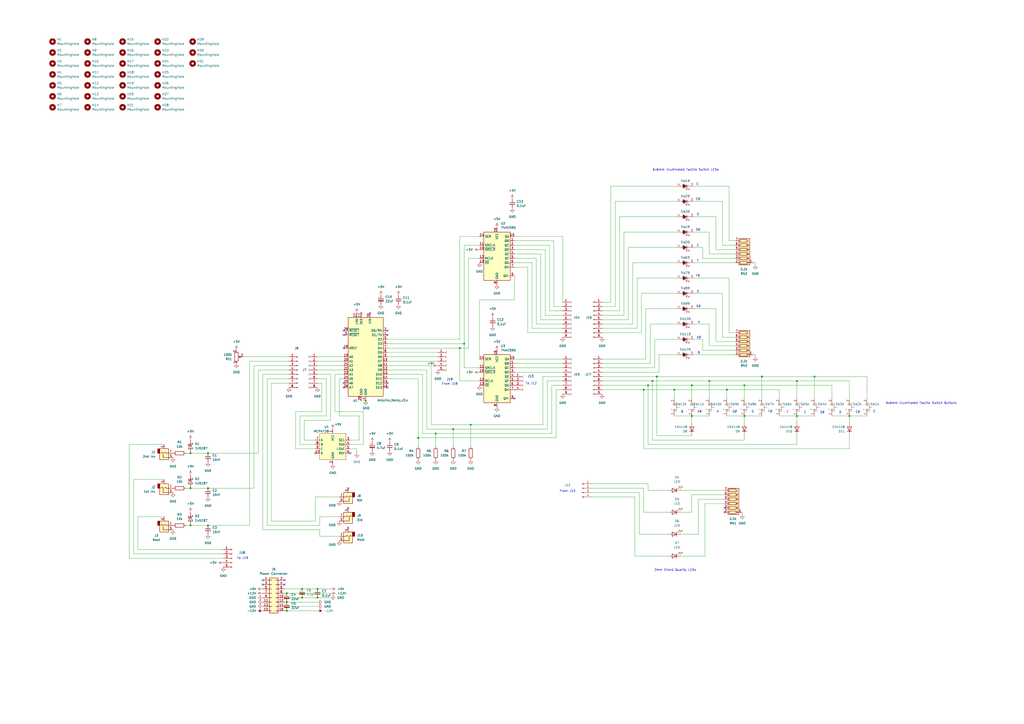
<source format=kicad_sch>
(kicad_sch (version 20250114) (generator "eeschema") (generator_version "9.0")
  (paper "A2")
  (title_block (title "Chordinator") (date "2025-05-12") (rev "1"))
  (lib_symbols
    (symbol "74xx:74HC595"
      (property "Reference" "U" (at -7.62 13.97 0))
      (property "Value" "74HC595" (at -7.62 -16.51 0))
      (symbol "74HC595_1_0"
        (pin input line (at -10.16 10.16 0) (length 2.54) (name "SER") (number "14"))
        (pin input line (at -10.16 5.08 0) (length 2.54) (name "SRCLK") (number "11"))
        (pin input line (at -10.16 2.54 0) (length 2.54) (name "~{SRCLR}") (number "10"))
        (pin input line (at -10.16 -2.54 0) (length 2.54) (name "RCLK") (number "12"))
        (pin input line (at -10.16 -5.08 0) (length 2.54) (name "~{OE}") (number "13"))
        (pin power_in line (at 0 15.24 270) (length 2.54) (name "VCC") (number "16"))
        (pin power_in line (at 0 -17.78 90) (length 2.54) (name "GND") (number "8"))
        (pin tri_state line (at 10.16 10.16 180) (length 2.54) (name "QA") (number "15"))
        (pin tri_state line (at 10.16 7.62 180) (length 2.54) (name "QB") (number "1"))
        (pin tri_state line (at 10.16 5.08 180) (length 2.54) (name "QC") (number "2"))
        (pin tri_state line (at 10.16 2.54 180) (length 2.54) (name "QD") (number "3"))
        (pin tri_state line (at 10.16 0 180) (length 2.54) (name "QE") (number "4"))
        (pin tri_state line (at 10.16 -2.54 180) (length 2.54) (name "QF") (number "5"))
        (pin tri_state line (at 10.16 -5.08 180) (length 2.54) (name "QG") (number "6"))
        (pin tri_state line (at 10.16 -7.62 180) (length 2.54) (name "QH") (number "7"))
        (pin output line (at 10.16 -12.7 180) (length 2.54) (name "QH'") (number "9"))
      )
    )
    (symbol "Connector:Conn_01x04_Pin" (pin_names (offset 1.016) (hide yes))
      (property "Reference" "J" (at 0 5.08 0))
      (property "Value" "Conn_01x04_Pin" (at 0 -7.62 0))
      (symbol "Conn_01x04_Pin_1_1"
        (pin passive line (at 5.08 2.54 180) (length 3.81) (name "Pin_1") (number "1"))
        (pin passive line (at 5.08 0 180) (length 3.81) (name "Pin_2") (number "2"))
        (pin passive line (at 5.08 -2.54 180) (length 3.81) (name "Pin_3") (number "3"))
        (pin passive line (at 5.08 -5.08 180) (length 3.81) (name "Pin_4") (number "4"))
      )
    )
    (symbol "Connector:Conn_01x04_Socket" (pin_names (offset 1.016) (hide yes))
      (property "Reference" "J" (at 0 5.08 0))
      (property "Value" "Conn_01x04_Socket" (at 0 -7.62 0))
      (symbol "Conn_01x04_Socket_1_1"
        (pin passive line (at -5.08 2.54 0) (length 3.81) (name "Pin_1") (number "1"))
        (pin passive line (at -5.08 0 0) (length 3.81) (name "Pin_2") (number "2"))
        (pin passive line (at -5.08 -2.54 0) (length 3.81) (name "Pin_3") (number "3"))
        (pin passive line (at -5.08 -5.08 0) (length 3.81) (name "Pin_4") (number "4"))
      )
    )
    (symbol "Connector:Conn_01x05_Pin" (pin_names (offset 1.016) (hide yes))
      (property "Reference" "J" (at 0 7.62 0))
      (property "Value" "Conn_01x05_Pin" (at 0 -7.62 0))
      (symbol "Conn_01x05_Pin_1_1"
        (pin passive line (at 5.08 5.08 180) (length 3.81) (name "Pin_1") (number "1"))
        (pin passive line (at 5.08 2.54 180) (length 3.81) (name "Pin_2") (number "2"))
        (pin passive line (at 5.08 0 180) (length 3.81) (name "Pin_3") (number "3"))
        (pin passive line (at 5.08 -2.54 180) (length 3.81) (name "Pin_4") (number "4"))
        (pin passive line (at 5.08 -5.08 180) (length 3.81) (name "Pin_5") (number "5"))
      )
    )
    (symbol "Connector:Conn_01x05_Socket" (pin_names (offset 1.016) (hide yes))
      (property "Reference" "J" (at 0 7.62 0))
      (property "Value" "Conn_01x05_Socket" (at 0 -7.62 0))
      (symbol "Conn_01x05_Socket_1_1"
        (pin passive line (at -5.08 5.08 0) (length 3.81) (name "Pin_1") (number "1"))
        (pin passive line (at -5.08 2.54 0) (length 3.81) (name "Pin_2") (number "2"))
        (pin passive line (at -5.08 0 0) (length 3.81) (name "Pin_3") (number "3"))
        (pin passive line (at -5.08 -2.54 0) (length 3.81) (name "Pin_4") (number "4"))
        (pin passive line (at -5.08 -5.08 0) (length 3.81) (name "Pin_5") (number "5"))
      )
    )
    (symbol "Connector:Conn_01x08_Pin" (pin_names (offset 1.016) (hide yes))
      (property "Reference" "J" (at 0 10.16 0))
      (property "Value" "Conn_01x08_Pin" (at 0 -12.7 0))
      (symbol "Conn_01x08_Pin_1_1"
        (pin passive line (at 5.08 7.62 180) (length 3.81) (name "Pin_1") (number "1"))
        (pin passive line (at 5.08 5.08 180) (length 3.81) (name "Pin_2") (number "2"))
        (pin passive line (at 5.08 2.54 180) (length 3.81) (name "Pin_3") (number "3"))
        (pin passive line (at 5.08 0 180) (length 3.81) (name "Pin_4") (number "4"))
        (pin passive line (at 5.08 -2.54 180) (length 3.81) (name "Pin_5") (number "5"))
        (pin passive line (at 5.08 -5.08 180) (length 3.81) (name "Pin_6") (number "6"))
        (pin passive line (at 5.08 -7.62 180) (length 3.81) (name "Pin_7") (number "7"))
        (pin passive line (at 5.08 -10.16 180) (length 3.81) (name "Pin_8") (number "8"))
      )
    )
    (symbol "Connector:Conn_01x08_Socket" (pin_names (offset 1.016) (hide yes))
      (property "Reference" "J" (at 0 10.16 0))
      (property "Value" "Conn_01x08_Socket" (at 0 -12.7 0))
      (symbol "Conn_01x08_Socket_1_1"
        (pin passive line (at -5.08 7.62 0) (length 3.81) (name "Pin_1") (number "1"))
        (pin passive line (at -5.08 5.08 0) (length 3.81) (name "Pin_2") (number "2"))
        (pin passive line (at -5.08 2.54 0) (length 3.81) (name "Pin_3") (number "3"))
        (pin passive line (at -5.08 0 0) (length 3.81) (name "Pin_4") (number "4"))
        (pin passive line (at -5.08 -2.54 0) (length 3.81) (name "Pin_5") (number "5"))
        (pin passive line (at -5.08 -5.08 0) (length 3.81) (name "Pin_6") (number "6"))
        (pin passive line (at -5.08 -7.62 0) (length 3.81) (name "Pin_7") (number "7"))
        (pin passive line (at -5.08 -10.16 0) (length 3.81) (name "Pin_8") (number "8"))
      )
    )
    (symbol "Connector:Conn_01x09_Pin" (pin_names (offset 1.016) (hide yes))
      (property "Reference" "J" (at 0 12.7 0))
      (property "Value" "Conn_01x09_Pin" (at 0 -12.7 0))
      (symbol "Conn_01x09_Pin_1_1"
        (pin passive line (at 5.08 10.16 180) (length 3.81) (name "Pin_1") (number "1"))
        (pin passive line (at 5.08 7.62 180) (length 3.81) (name "Pin_2") (number "2"))
        (pin passive line (at 5.08 5.08 180) (length 3.81) (name "Pin_3") (number "3"))
        (pin passive line (at 5.08 2.54 180) (length 3.81) (name "Pin_4") (number "4"))
        (pin passive line (at 5.08 0 180) (length 3.81) (name "Pin_5") (number "5"))
        (pin passive line (at 5.08 -2.54 180) (length 3.81) (name "Pin_6") (number "6"))
        (pin passive line (at 5.08 -5.08 180) (length 3.81) (name "Pin_7") (number "7"))
        (pin passive line (at 5.08 -7.62 180) (length 3.81) (name "Pin_8") (number "8"))
        (pin passive line (at 5.08 -10.16 180) (length 3.81) (name "Pin_9") (number "9"))
      )
    )
    (symbol "Connector:Conn_01x09_Socket" (pin_names (offset 1.016) (hide yes))
      (property "Reference" "J" (at 0 12.7 0))
      (property "Value" "Conn_01x09_Socket" (at 0 -12.7 0))
      (symbol "Conn_01x09_Socket_1_1"
        (pin passive line (at -5.08 10.16 0) (length 3.81) (name "Pin_1") (number "1"))
        (pin passive line (at -5.08 7.62 0) (length 3.81) (name "Pin_2") (number "2"))
        (pin passive line (at -5.08 5.08 0) (length 3.81) (name "Pin_3") (number "3"))
        (pin passive line (at -5.08 2.54 0) (length 3.81) (name "Pin_4") (number "4"))
        (pin passive line (at -5.08 0 0) (length 3.81) (name "Pin_5") (number "5"))
        (pin passive line (at -5.08 -2.54 0) (length 3.81) (name "Pin_6") (number "6"))
        (pin passive line (at -5.08 -5.08 0) (length 3.81) (name "Pin_7") (number "7"))
        (pin passive line (at -5.08 -7.62 0) (length 3.81) (name "Pin_8") (number "8"))
        (pin passive line (at -5.08 -10.16 0) (length 3.81) (name "Pin_9") (number "9"))
      )
    )
    (symbol "Connector_Audio:AudioJack2_Ground"
      (property "Reference" "J" (at 0 8.89 0))
      (property "Value" "AudioJack2_Ground" (at 0 6.35 0))
      (symbol "AudioJack2_Ground_1_1"
        (pin passive line (at 0 -5.08 90) (length 2.54) (name "~") (number "G"))
        (pin passive line (at 5.08 2.54 180) (length 2.54) (name "~") (number "S"))
        (pin passive line (at 5.08 0 180) (length 2.54) (name "~") (number "T"))
      )
    )
    (symbol "Connector_Generic:Conn_02x08_Odd_Even" (pin_names (offset 1.016) (hide yes))
      (property "Reference" "J5" (at 1.27 13.97 0))
      (property "Value" "Conn_02x08_Odd_Even" (at 1.27 11.43 0))
      (symbol "Conn_02x08_Odd_Even_1_1"
        (pin passive line (at -5.08 7.62 0) (length 3.81) (name "Pin_1") (number "1"))
        (pin passive line (at -5.08 5.08 0) (length 3.81) (name "Pin_3") (number "3"))
        (pin passive line (at -5.08 2.54 0) (length 3.81) (name "Pin_5") (number "5"))
        (pin passive line (at -5.08 0 0) (length 3.81) (name "Pin_7") (number "7"))
        (pin passive line (at -5.08 -2.54 0) (length 3.81) (name "Pin_9") (number "9"))
        (pin passive line (at -5.08 -5.08 0) (length 3.81) (name "Pin_11") (number "11"))
        (pin passive line (at -5.08 -7.62 0) (length 3.81) (name "Pin_13") (number "13"))
        (pin passive line (at -5.08 -10.16 0) (length 3.81) (name "Pin_15") (number "15"))
        (pin passive line (at 7.62 7.62 180) (length 3.81) (name "Pin_2") (number "2"))
        (pin passive line (at 7.62 5.08 180) (length 3.81) (name "Pin_4") (number "4"))
        (pin power_out line (at 7.62 2.54 180) (length 3.81) (name "Pin_6") (number "6"))
        (pin power_out line (at 7.62 0 180) (length 3.81) (name "Pin_8") (number "8"))
        (pin passive line (at 7.62 -2.54 180) (length 3.81) (name "Pin_10") (number "10"))
        (pin power_out line (at 7.62 -5.08 180) (length 3.81) (name "Pin_12") (number "12"))
        (pin passive line (at 7.62 -7.62 180) (length 3.81) (name "Pin_14") (number "14"))
        (pin power_out line (at 7.62 -10.16 180) (length 3.81) (name "Pin_16") (number "16"))
      )
    )
    (symbol "Custom_Symbols:MCP4728_Breakout"
      (property "Reference" "U" (at 0 0 0))
      (symbol "MCP4728_Breakout_1_1"
        (pin input line (at -10.16 3.81 0) (length 2.54) (name "SCL") (number "3"))
        (pin input line (at -10.16 1.27 0) (length 2.54) (name "SDA") (number "4"))
        (pin input line (at -10.16 -1.27 0) (length 2.54) (name "LDAC") (number "5"))
        (pin input line (at -10.16 -3.81 0) (length 2.54) (name "RDY") (number "6"))
        (pin input line (at 0 10.16 270) (length 2.54) (name "VCC") (number "1"))
        (pin input line (at 0 -10.16 90) (length 2.54) (name "GND") (number "2"))
        (pin input line (at 10.16 3.81 180) (length 2.54) (name "A") (number "7"))
        (pin input line (at 10.16 1.27 180) (length 2.54) (name "B") (number "8"))
        (pin input line (at 10.16 -1.27 180) (length 2.54) (name "C") (number "9"))
        (pin input line (at 10.16 -3.81 180) (length 2.54) (name "D") (number "10"))
      )
    )
    (symbol "Custom_Symbols:Tactile_LED_Switch"
      (property "Reference" "SW" (at 0 4.064 0))
      (symbol "Tactile_LED_Switch_1_1"
        (pin passive line (at -5.08 0 0) (length 2.54) (name "1") (number "1"))
        (pin passive line (at 5.08 0 180) (length 2.54) (name "2") (number "2"))
      )
      (symbol "Tactile_LED_Switch_2_1"
        (pin passive line (at -5.08 0 0) (length 2.54) (name "K") (number "3"))
        (pin passive line (at 5.08 0 180) (length 2.54) (name "A") (number "4"))
      )
    )
    (symbol "Device:C_Polarized_Small" (pin_numbers (hide yes)) (pin_names (offset 0.254) (hide yes))
      (property "Reference" "C" (at 0.254 1.778 0))
      (property "Value" "C_Polarized_Small" (at 0.254 -2.032 0))
      (symbol "C_Polarized_Small_1_1"
        (pin passive line (at 0 2.54 270) (length 1.8542) (name "~") (number "1"))
        (pin passive line (at 0 -2.54 90) (length 1.8542) (name "~") (number "2"))
      )
    )
    (symbol "Device:C_Small" (pin_numbers (hide yes)) (pin_names (offset 0.254) (hide yes))
      (property "Reference" "C" (at 0.254 1.778 0))
      (property "Value" "C_Small" (at 0.254 -2.032 0))
      (symbol "C_Small_1_1"
        (pin passive line (at 0 2.54 270) (length 2.032) (name "~") (number "1"))
        (pin passive line (at 0 -2.54 90) (length 2.032) (name "~") (number "2"))
      )
    )
    (symbol "Device:D_Schottky" (pin_numbers (hide yes)) (pin_names (offset 1.016) (hide yes))
      (property "Reference" "D" (at 0 2.54 0))
      (property "Value" "D_Schottky" (at 0 -2.54 0))
      (symbol "D_Schottky_1_1"
        (pin passive line (at -3.81 0 0) (length 2.54) (name "K") (number "1"))
        (pin passive line (at 3.81 0 180) (length 2.54) (name "A") (number "2"))
      )
    )
    (symbol "Device:LED" (pin_numbers (hide yes)) (pin_names (offset 1.016) (hide yes))
      (property "Reference" "D" (at 0 2.54 0))
      (property "Value" "LED" (at 0 -2.54 0))
      (symbol "LED_1_1"
        (pin passive line (at -3.81 0 0) (length 2.54) (name "K") (number "1"))
        (pin passive line (at 3.81 0 180) (length 2.54) (name "A") (number "2"))
      )
    )
    (symbol "Device:R" (pin_numbers (hide yes)) (pin_names (offset 0))
      (property "Reference" "R" (at 2.032 0 90))
      (property "Value" "R" (at 0 0 90))
      (symbol "R_1_1"
        (pin passive line (at 0 3.81 270) (length 1.27) (name "~") (number "1"))
        (pin passive line (at 0 -3.81 90) (length 1.27) (name "~") (number "2"))
      )
    )
    (symbol "Device:R_Network06" (pin_names (offset 0) (hide yes))
      (property "Reference" "RN" (at -10.16 0 90))
      (property "Value" "R_Network06" (at 7.62 0 90))
      (symbol "R_Network06_1_1"
        (pin passive line (at -7.62 5.08 270) (length 2.54) (name "common") (number "1"))
        (pin passive line (at -7.62 -5.08 90) (length 1.27) (name "R1") (number "2"))
        (pin passive line (at -5.08 -5.08 90) (length 1.27) (name "R2") (number "3"))
        (pin passive line (at -2.54 -5.08 90) (length 1.27) (name "R3") (number "4"))
        (pin passive line (at 0 -5.08 90) (length 1.27) (name "R4") (number "5"))
        (pin passive line (at 2.54 -5.08 90) (length 1.27) (name "R5") (number "6"))
        (pin passive line (at 5.08 -5.08 90) (length 1.27) (name "R6") (number "7"))
      )
    )
    (symbol "Device:R_Potentiometer" (pin_names (offset 1.016) (hide yes))
      (property "Reference" "RV" (at -4.445 0 90))
      (property "Value" "R_Potentiometer" (at -2.54 0 90))
      (symbol "R_Potentiometer_1_1"
        (pin passive line (at 0 3.81 270) (length 1.27) (name "1") (number "1"))
        (pin passive line (at 0 -3.81 90) (length 1.27) (name "3") (number "3"))
        (pin passive line (at 3.81 0 180) (length 1.27) (name "2") (number "2"))
      )
    )
    (symbol "Diode:1N4148" (pin_numbers (hide yes)) (pin_names (hide yes))
      (property "Reference" "D" (at 0 2.54 0))
      (property "Value" "1N4148" (at 0 -2.54 0))
      (symbol "1N4148_1_1"
        (pin passive line (at -3.81 0 0) (length 2.54) (name "K") (number "1"))
        (pin passive line (at 3.81 0 180) (length 2.54) (name "A") (number "2"))
      )
    )
    (symbol "MCU_Module:Arduino_Nano_v3.x"
      (property "Reference" "A" (at -10.16 23.495 0))
      (property "Value" "Arduino_Nano_v3.x" (at 5.08 -24.13 0))
      (symbol "Arduino_Nano_v3.x_1_1"
        (pin bidirectional line (at -12.7 15.24 0) (length 2.54) (name "D0/RX") (number "2"))
        (pin bidirectional line (at -12.7 12.7 0) (length 2.54) (name "D1/TX") (number "1"))
        (pin bidirectional line (at -12.7 10.16 0) (length 2.54) (name "D2") (number "5"))
        (pin bidirectional line (at -12.7 7.62 0) (length 2.54) (name "D3") (number "6"))
        (pin bidirectional line (at -12.7 5.08 0) (length 2.54) (name "D4") (number "7"))
        (pin bidirectional line (at -12.7 2.54 0) (length 2.54) (name "D5") (number "8"))
        (pin bidirectional line (at -12.7 0 0) (length 2.54) (name "D6") (number "9"))
        (pin bidirectional line (at -12.7 -2.54 0) (length 2.54) (name "D7") (number "10"))
        (pin bidirectional line (at -12.7 -5.08 0) (length 2.54) (name "D8") (number "11"))
        (pin bidirectional line (at -12.7 -7.62 0) (length 2.54) (name "D9") (number "12"))
        (pin bidirectional line (at -12.7 -10.16 0) (length 2.54) (name "D10") (number "13"))
        (pin bidirectional line (at -12.7 -12.7 0) (length 2.54) (name "D11") (number "14"))
        (pin bidirectional line (at -12.7 -15.24 0) (length 2.54) (name "D12") (number "15"))
        (pin bidirectional line (at -12.7 -17.78 0) (length 2.54) (name "D13") (number "16"))
        (pin power_in line (at -2.54 25.4 270) (length 2.54) (name "VIN") (number "30"))
        (pin power_in line (at 0 -25.4 90) (length 2.54) (name "GND") (number "4"))
        (pin power_out line (at 2.54 25.4 270) (length 2.54) (name "3V3") (number "17"))
        (pin power_in line (at 2.54 -25.4 90) (length 2.54) (name "GND") (number "29"))
        (pin power_out line (at 5.08 25.4 270) (length 2.54) (name "+5V") (number "27"))
        (pin input line (at 12.7 15.24 180) (length 2.54) (name "~{RESET}") (number "28"))
        (pin input line (at 12.7 12.7 180) (length 2.54) (name "~{RESET}") (number "3"))
        (pin input line (at 12.7 5.08 180) (length 2.54) (name "AREF") (number "18"))
        (pin bidirectional line (at 12.7 0 180) (length 2.54) (name "A0") (number "19"))
        (pin bidirectional line (at 12.7 -2.54 180) (length 2.54) (name "A1") (number "20"))
        (pin bidirectional line (at 12.7 -5.08 180) (length 2.54) (name "A2") (number "21"))
        (pin bidirectional line (at 12.7 -7.62 180) (length 2.54) (name "A3") (number "22"))
        (pin bidirectional line (at 12.7 -10.16 180) (length 2.54) (name "A4") (number "23"))
        (pin bidirectional line (at 12.7 -12.7 180) (length 2.54) (name "A5") (number "24"))
        (pin bidirectional line (at 12.7 -15.24 180) (length 2.54) (name "A6") (number "25"))
        (pin bidirectional line (at 12.7 -17.78 180) (length 2.54) (name "A7") (number "26"))
      )
    )
    (symbol "Mechanical:MountingHole" (pin_names (offset 1.016))
      (property "Reference" "H" (at 0 5.08 0))
      (property "Value" "MountingHole" (at 0 3.175 0))
    )
    (symbol "MountingHole_1" (pin_names (offset 1.016)) (exclude_from_sim yes) (in_bom no)
      (property "Reference" "H" (at 0 5.08 0))
      (property "Value" "MountingHole" (at 0 3.175 0))
    )
    (symbol "MountingHole_2" (pin_names (offset 1.016)) (exclude_from_sim yes) (in_bom no)
      (property "Reference" "H" (at 0 5.08 0))
      (property "Value" "MountingHole" (at 0 3.175 0))
    )
    (symbol "power:+12V" (power) (pin_names (offset 0))
      (property "Value" "+12V" (at 0 3.556 0))
      (symbol "+12V_1_1"
        (pin power_in line (at 0 0 90) (length 0) (hide yes) (name "+12V") (number "1"))
      )
    )
    (symbol "power:+5V" (power) (pin_names (offset 0))
      (property "Value" "+5V" (at 0 3.556 0))
      (symbol "+5V_1_1"
        (pin power_in line (at 0 0 90) (length 0) (hide yes) (name "+5V") (number "1"))
      )
    )
    (symbol "power:-12V" (power) (pin_names (offset 0))
      (property "Value" "-12V" (at 0 3.81 0))
      (symbol "-12V_0_0"
        (pin power_in line (at 0 0 90) (length 0) (hide yes) (name "-12V") (number "1"))
      )
    )
    (symbol "power:GND" (power) (pin_names (offset 0))
      (property "Value" "GND" (at 0 -3.81 0))
      (symbol "GND_1_1"
        (pin power_in line (at 0 0 270) (length 0) (hide yes) (name "GND") (number "1"))
      )
    )
  )
  (text "6x6mm Illuminated Tactile Switch Buttons" (at 534.416 233.934 0) (effects (font (size 1.27 1.27))))
  (text "D" (at 404.876 124.46 0) (effects (font (size 1.27 1.27))))
  (text "From J18" (at 260.858 222.758 0) (effects (font (size 1.27 1.27))))
  (text "G#" (at 426.212 238.76 0) (effects (font (size 1.27 1.27))))
  (text "B" (at 395.732 239.014 0) (effects (font (size 1.27 1.27))))
  (text "E" (at 404.876 142.494 0) (effects (font (size 1.27 1.27))))
  (text "C" (at 507.238 238.76 0) (effects (font (size 1.27 1.27))))
  (text "F#" (at 404.876 160.02 0) (effects (font (size 1.27 1.27))))
  (text "A" (at 416.306 238.76 0) (effects (font (size 1.27 1.27))))
  (text "A#" (at 405.892 238.76 0) (effects (font (size 1.27 1.27))))
  (text "C" (at 404.622 106.934 0) (effects (font (size 1.27 1.27))))
  (text "From J13" (at 329.184 284.988 0) (effects (font (size 1.27 1.27))))
  (text "G" (at 404.876 169.164 0) (effects (font (size 1.27 1.27))))
  (text "F" (at 404.876 151.384 0) (effects (font (size 1.27 1.27))))
  (text "A" (at 405.384 186.944 0) (effects (font (size 1.27 1.27))))
  (text "G#" (at 405.13 177.8 0) (effects (font (size 1.27 1.27))))
  (text "D#" (at 404.876 133.35 0) (effects (font (size 1.27 1.27))))
  (text "6x6mm Illuminated Tactile Switch LEDs" (at 397.764 98.552 0) (effects (font (size 1.27 1.27))))
  (text "D" (at 487.426 239.268 0) (effects (font (size 1.27 1.27))))
  (text "G" (at 436.626 238.76 0) (effects (font (size 1.27 1.27))))
  (text "B" (at 405.384 204.724 0) (effects (font (size 1.27 1.27))))
  (text "E" (at 467.106 239.268 0) (effects (font (size 1.27 1.27))))
  (text "F" (at 456.946 239.014 0) (effects (font (size 1.27 1.27))))
  (text "F#" (at 446.786 238.76 0) (effects (font (size 1.27 1.27))))
  (text "To J19" (at 140.716 323.85 0) (effects (font (size 1.27 1.27))))
  (text "C#" (at 404.876 115.57 0) (effects (font (size 1.27 1.27))))
  (text "3mm Chord Quality LEDs" (at 391.668 330.708 0) (effects (font (size 1.27 1.27))))
  (text "D#" (at 477.012 239.268 0) (effects (font (size 1.27 1.27))))
  (text "To J12" (at 308.102 222.504 0) (effects (font (size 1.27 1.27))))
  (text "A#" (at 405.384 195.834 0) (effects (font (size 1.27 1.27))))
  (text "C#" (at 497.586 239.014 0) (effects (font (size 1.27 1.27))))
  (junction (at 242.57 254))
  (junction (at 120.65 262.89))
  (junction (at 411.48 220.98))
  (junction (at 166.37 354.33))
  (junction (at 273.05 246.38))
  (junction (at 421.64 226.06))
  (junction (at 431.8 241.3))
  (junction (at 375.92 223.52))
  (junction (at 381 218.44))
  (junction (at 269.24 199.39))
  (junction (at 472.44 218.44))
  (junction (at 262.89 248.92))
  (junction (at 120.65 283.21))
  (junction (at 120.65 304.8))
  (junction (at 462.28 220.98))
  (junction (at 110.49 262.89))
  (junction (at 166.37 344.17))
  (junction (at 184.15 341.63))
  (junction (at 462.28 241.3))
  (junction (at 252.73 251.46))
  (junction (at 175.26 346.71))
  (junction (at 373.38 226.06))
  (junction (at 175.26 341.63))
  (junction (at 391.16 226.06))
  (junction (at 110.49 304.8))
  (junction (at 441.96 218.44))
  (junction (at 431.8 223.52))
  (junction (at 110.49 283.21))
  (junction (at 266.7 201.93))
  (junction (at 184.15 346.71))
  (junction (at 401.32 223.52))
  (junction (at 378.46 220.98))
  (junction (at 401.32 241.3))
  (junction (at 212.09 232.41))
  (junction (at 492.76 241.3))
  (junction (at 166.37 349.25))
  (no_connect (at 201.93 294.64))
  (no_connect (at 420.37 297.18))
  (no_connect (at 224.79 224.79))
  (no_connect (at 298.45 231.14))
  (no_connect (at 224.79 191.77))
  (no_connect (at 224.79 194.31))
  (no_connect (at 209.55 181.61))
  (no_connect (at 199.39 201.93))
  (no_connect (at 203.2 262.89))
  (no_connect (at 199.39 222.25))
  (no_connect (at 165.1 336.55))
  (no_connect (at 214.63 181.61))
  (no_connect (at 420.37 294.64))
  (no_connect (at 224.79 222.25))
  (no_connect (at 182.88 262.89))
  (no_connect (at 201.93 306.07))
  (no_connect (at 199.39 194.31))
  (no_connect (at 201.93 283.21))
  (no_connect (at 152.4 339.09))
  (no_connect (at 199.39 224.79))
  (no_connect (at 152.4 336.55))
  (no_connect (at 165.1 339.09))
  (no_connect (at 199.39 191.77))
  (wire (pts (xy 224.79 204.47) (xy 254 204.47)))
  (wire (pts (xy 364.49 143.51) (xy 392.43 143.51)))
  (wire (pts (xy 110.49 283.21) (xy 120.65 283.21)))
  (wire (pts (xy 426.72 152.4) (xy 402.59 152.4)))
  (wire (pts (xy 421.64 226.06) (xy 421.64 231.14)))
  (wire (pts (xy 242.57 219.71) (xy 242.57 254)))
  (wire (pts (xy 322.58 226.06) (xy 326.39 226.06)))
  (wire (pts (xy 77.47 278.13) (xy 95.25 278.13)))
  (wire (pts (xy 313.69 147.32) (xy 313.69 185.42)))
  (wire (pts (xy 356.87 177.8) (xy 356.87 116.84)))
  (wire (pts (xy 208.28 255.27) (xy 203.2 255.27)))
  (wire (pts (xy 407.67 203.2) (xy 426.72 203.2)))
  (wire (pts (xy 426.72 195.58) (xy 419.1 195.58)))
  (wire (pts (xy 199.39 219.71) (xy 196.85 219.71)))
  (wire (pts (xy 224.79 201.93) (xy 266.7 201.93)))
  (wire (pts (xy 373.38 226.06) (xy 373.38 260.35)))
  (wire (pts (xy 298.45 149.86) (xy 311.15 149.86)))
  (wire (pts (xy 278.13 213.36) (xy 269.24 213.36)))
  (wire (pts (xy 349.25 177.8) (xy 356.87 177.8)))
  (wire (pts (xy 419.1 170.18) (xy 402.59 170.18)))
  (wire (pts (xy 411.48 134.62) (xy 402.59 134.62)))
  (wire (pts (xy 359.41 125.73) (xy 392.43 125.73)))
  (wire (pts (xy 152.4 217.17) (xy 152.4 307.34)))
  (wire (pts (xy 492.76 260.35) (xy 492.76 252.73)))
  (wire (pts (xy 194.31 217.17) (xy 194.31 238.76)))
  (wire (pts (xy 185.42 299.72) (xy 196.85 299.72)))
  (wire (pts (xy 149.86 214.63) (xy 167.64 214.63)))
  (wire (pts (xy 144.78 304.8) (xy 120.65 304.8)))
  (wire (pts (xy 252.73 251.46) (xy 320.04 251.46)))
  (wire (pts (xy 438.15 152.4) (xy 436.88 152.4)))
  (wire (pts (xy 441.96 241.3) (xy 431.8 241.3)))
  (wire (pts (xy 372.11 170.18) (xy 392.43 170.18)))
  (wire (pts (xy 182.88 302.26) (xy 182.88 288.29)))
  (wire (pts (xy 245.11 217.17) (xy 245.11 251.46)))
  (wire (pts (xy 382.27 215.9) (xy 382.27 205.74)))
  (wire (pts (xy 152.4 307.34) (xy 185.42 307.34)))
  (wire (pts (xy 154.94 219.71) (xy 167.64 219.71)))
  (wire (pts (xy 462.28 252.73) (xy 462.28 257.81)))
  (wire (pts (xy 349.25 210.82) (xy 377.19 210.82)))
  (wire (pts (xy 199.39 217.17) (xy 194.31 217.17)))
  (wire (pts (xy 411.48 147.32) (xy 411.48 134.62)))
  (wire (pts (xy 107.95 283.21) (xy 110.49 283.21)))
  (wire (pts (xy 149.86 214.63) (xy 149.86 262.89)))
  (wire (pts (xy 349.25 193.04) (xy 372.11 193.04)))
  (wire (pts (xy 224.79 219.71) (xy 242.57 219.71)))
  (wire (pts (xy 441.96 218.44) (xy 381 218.44)))
  (wire (pts (xy 80.01 318.77) (xy 80.01 299.72)))
  (wire (pts (xy 401.32 297.18) (xy 401.32 287.02)))
  (wire (pts (xy 354.33 107.95) (xy 392.43 107.95)))
  (wire (pts (xy 80.01 299.72) (xy 95.25 299.72)))
  (wire (pts (xy 196.85 219.71) (xy 196.85 241.3)))
  (wire (pts (xy 375.92 280.67) (xy 375.92 284.48)))
  (wire (pts (xy 326.39 137.16) (xy 326.39 175.26)))
  (wire (pts (xy 242.57 254) (xy 322.58 254)))
  (wire (pts (xy 408.94 292.1) (xy 420.37 292.1)))
  (wire (pts (xy 165.1 344.17) (xy 166.37 344.17)))
  (wire (pts (xy 349.25 208.28) (xy 374.65 208.28)))
  (wire (pts (xy 269.24 213.36) (xy 269.24 199.39)))
  (wire (pts (xy 298.45 160.02) (xy 298.45 173.99)))
  (wire (pts (xy 208.28 241.3) (xy 208.28 255.27)))
  (wire (pts (xy 321.31 139.7) (xy 321.31 177.8)))
  (wire (pts (xy 262.89 248.92) (xy 262.89 259.08)))
  (wire (pts (xy 184.15 341.63) (xy 191.77 341.63)))
  (wire (pts (xy 129.54 321.31) (xy 77.47 321.31)))
  (wire (pts (xy 367.03 152.4) (xy 392.43 152.4)))
  (wire (pts (xy 147.32 283.21) (xy 120.65 283.21)))
  (wire (pts (xy 165.1 349.25) (xy 166.37 349.25)))
  (wire (pts (xy 74.93 323.85) (xy 129.54 323.85)))
  (wire (pts (xy 438.15 152.4) (xy 438.15 153.67)))
  (wire (pts (xy 431.8 241.3) (xy 421.64 241.3)))
  (wire (pts (xy 375.92 284.48) (xy 387.35 284.48)))
  (wire (pts (xy 342.9 288.29) (xy 368.3 288.29)))
  (wire (pts (xy 271.78 149.86) (xy 278.13 149.86)))
  (wire (pts (xy 110.49 304.8) (xy 120.65 304.8)))
  (wire (pts (xy 194.31 238.76) (xy 210.82 238.76)))
  (wire (pts (xy 502.92 218.44) (xy 502.92 231.14)))
  (wire (pts (xy 184.15 214.63) (xy 199.39 214.63)))
  (wire (pts (xy 154.94 304.8) (xy 185.42 304.8)))
  (wire (pts (xy 422.91 139.7) (xy 422.91 107.95)))
  (wire (pts (xy 394.97 297.18) (xy 401.32 297.18)))
  (wire (pts (xy 359.41 180.34) (xy 359.41 125.73)))
  (wire (pts (xy 431.8 241.3) (xy 431.8 245.11)))
  (wire (pts (xy 298.45 154.94) (xy 306.07 154.94)))
  (wire (pts (xy 342.9 285.75) (xy 370.84 285.75)))
  (wire (pts (xy 147.32 212.09) (xy 167.64 212.09)))
  (wire (pts (xy 298.45 173.99) (xy 278.13 173.99)))
  (wire (pts (xy 391.16 226.06) (xy 391.16 231.14)))
  (wire (pts (xy 196.85 241.3) (xy 208.28 241.3)))
  (wire (pts (xy 171.45 260.35) (xy 171.45 238.76)))
  (wire (pts (xy 266.7 220.98) (xy 266.7 201.93)))
  (wire (pts (xy 271.78 201.93) (xy 271.78 149.86)))
  (wire (pts (xy 431.8 255.27) (xy 378.46 255.27)))
  (wire (pts (xy 349.25 182.88) (xy 361.95 182.88)))
  (wire (pts (xy 166.37 344.17) (xy 191.77 344.17)))
  (wire (pts (xy 191.77 217.17) (xy 184.15 217.17)))
  (wire (pts (xy 306.07 154.94) (xy 306.07 193.04)))
  (wire (pts (xy 482.6 231.14) (xy 482.6 223.52)))
  (wire (pts (xy 189.23 241.3) (xy 173.99 241.3)))
  (wire (pts (xy 431.8 223.52) (xy 401.32 223.52)))
  (wire (pts (xy 411.48 241.3) (xy 401.32 241.3)))
  (wire (pts (xy 492.76 220.98) (xy 462.28 220.98)))
  (wire (pts (xy 379.73 213.36) (xy 379.73 196.85)))
  (wire (pts (xy 314.96 246.38) (xy 314.96 218.44)))
  (wire (pts (xy 262.89 248.92) (xy 317.5 248.92)))
  (wire (pts (xy 191.77 243.84) (xy 191.77 217.17)))
  (wire (pts (xy 110.49 262.89) (xy 120.65 262.89)))
  (wire (pts (xy 419.1 142.24) (xy 419.1 116.84)))
  (wire (pts (xy 74.93 257.81) (xy 95.25 257.81)))
  (wire (pts (xy 349.25 213.36) (xy 379.73 213.36)))
  (wire (pts (xy 298.45 208.28) (xy 326.39 208.28)))
  (wire (pts (xy 349.25 215.9) (xy 382.27 215.9)))
  (wire (pts (xy 394.97 284.48) (xy 420.37 284.48)))
  (wire (pts (xy 421.64 226.06) (xy 391.16 226.06)))
  (wire (pts (xy 361.95 182.88) (xy 361.95 134.62)))
  (wire (pts (xy 298.45 144.78) (xy 316.23 144.78)))
  (wire (pts (xy 438.15 205.74) (xy 436.88 205.74)))
  (wire (pts (xy 247.65 248.92) (xy 262.89 248.92)))
  (wire (pts (xy 224.79 196.85) (xy 266.7 196.85)))
  (wire (pts (xy 430.53 298.45) (xy 430.53 297.18)))
  (wire (pts (xy 147.32 212.09) (xy 147.32 283.21)))
  (wire (pts (xy 391.16 226.06) (xy 373.38 226.06)))
  (wire (pts (xy 349.25 190.5) (xy 369.57 190.5)))
  (wire (pts (xy 311.15 149.86) (xy 311.15 187.96)))
  (wire (pts (xy 472.44 218.44) (xy 472.44 231.14)))
  (wire (pts (xy 407.67 196.85) (xy 407.67 203.2)))
  (wire (pts (xy 210.82 257.81) (xy 203.2 257.81)))
  (wire (pts (xy 462.28 241.3) (xy 452.12 241.3)))
  (wire (pts (xy 186.69 222.25) (xy 186.69 238.76)))
  (wire (pts (xy 373.38 260.35) (xy 492.76 260.35)))
  (wire (pts (xy 184.15 346.71) (xy 191.77 346.71)))
  (wire (pts (xy 482.6 223.52) (xy 431.8 223.52)))
  (wire (pts (xy 369.57 161.29) (xy 392.43 161.29)))
  (wire (pts (xy 245.11 251.46) (xy 252.73 251.46)))
  (wire (pts (xy 207.01 262.89) (xy 207.01 260.35)))
  (wire (pts (xy 411.48 220.98) (xy 378.46 220.98)))
  (wire (pts (xy 154.94 304.8) (xy 154.94 219.71)))
  (wire (pts (xy 317.5 248.92) (xy 317.5 220.98)))
  (wire (pts (xy 419.1 116.84) (xy 402.59 116.84)))
  (wire (pts (xy 381 218.44) (xy 349.25 218.44)))
  (wire (pts (xy 298.45 137.16) (xy 326.39 137.16)))
  (wire (pts (xy 207.01 260.35) (xy 203.2 260.35)))
  (wire (pts (xy 407.67 149.86) (xy 426.72 149.86)))
  (wire (pts (xy 224.79 212.09) (xy 250.19 212.09)))
  (wire (pts (xy 184.15 209.55) (xy 199.39 209.55)))
  (wire (pts (xy 166.37 354.33) (xy 184.15 354.33)))
  (wire (pts (xy 462.28 241.3) (xy 462.28 245.11)))
  (wire (pts (xy 492.76 241.3) (xy 492.76 245.11)))
  (wire (pts (xy 373.38 297.18) (xy 387.35 297.18)))
  (wire (pts (xy 184.15 207.01) (xy 199.39 207.01)))
  (wire (pts (xy 266.7 137.16) (xy 278.13 137.16)))
  (wire (pts (xy 462.28 257.81) (xy 375.92 257.81)))
  (wire (pts (xy 377.19 210.82) (xy 377.19 187.96)))
  (wire (pts (xy 224.79 199.39) (xy 269.24 199.39)))
  (wire (pts (xy 369.57 190.5) (xy 369.57 161.29)))
  (wire (pts (xy 321.31 177.8) (xy 326.39 177.8)))
  (wire (pts (xy 407.67 143.51) (xy 407.67 149.86)))
  (wire (pts (xy 462.28 220.98) (xy 411.48 220.98)))
  (wire (pts (xy 401.32 241.3) (xy 401.32 245.11)))
  (wire (pts (xy 452.12 231.14) (xy 452.12 226.06)))
  (wire (pts (xy 462.28 220.98) (xy 462.28 231.14)))
  (wire (pts (xy 342.9 280.67) (xy 375.92 280.67)))
  (wire (pts (xy 165.1 346.71) (xy 175.26 346.71)))
  (wire (pts (xy 157.48 222.25) (xy 167.64 222.25)))
  (wire (pts (xy 394.97 309.88) (xy 405.13 309.88)))
  (wire (pts (xy 189.23 219.71) (xy 189.23 241.3)))
  (wire (pts (xy 173.99 241.3) (xy 173.99 257.81)))
  (wire (pts (xy 185.42 307.34) (xy 185.42 311.15)))
  (wire (pts (xy 408.94 322.58) (xy 408.94 292.1)))
  (wire (pts (xy 382.27 205.74) (xy 392.43 205.74)))
  (wire (pts (xy 184.15 212.09) (xy 199.39 212.09)))
  (wire (pts (xy 167.64 209.55) (xy 144.78 209.55)))
  (wire (pts (xy 426.72 205.74) (xy 402.59 205.74)))
  (wire (pts (xy 306.07 193.04) (xy 326.39 193.04)))
  (wire (pts (xy 415.29 198.12) (xy 415.29 179.07)))
  (wire (pts (xy 364.49 185.42) (xy 364.49 143.51)))
  (wire (pts (xy 298.45 147.32) (xy 313.69 147.32)))
  (wire (pts (xy 401.32 223.52) (xy 375.92 223.52)))
  (wire (pts (xy 173.99 257.81) (xy 182.88 257.81)))
  (wire (pts (xy 422.91 161.29) (xy 402.59 161.29)))
  (wire (pts (xy 374.65 208.28) (xy 374.65 179.07)))
  (wire (pts (xy 370.84 309.88) (xy 387.35 309.88)))
  (wire (pts (xy 349.25 180.34) (xy 359.41 180.34)))
  (wire (pts (xy 411.48 220.98) (xy 411.48 231.14)))
  (wire (pts (xy 175.26 341.63) (xy 184.15 341.63)))
  (wire (pts (xy 378.46 255.27) (xy 378.46 220.98)))
  (wire (pts (xy 377.19 187.96) (xy 392.43 187.96)))
  (wire (pts (xy 314.96 218.44) (xy 326.39 218.44)))
  (wire (pts (xy 144.78 209.55) (xy 144.78 304.8)))
  (wire (pts (xy 367.03 187.96) (xy 367.03 152.4)))
  (wire (pts (xy 426.72 147.32) (xy 411.48 147.32)))
  (wire (pts (xy 182.88 255.27) (xy 176.53 255.27)))
  (wire (pts (xy 415.29 144.78) (xy 415.29 125.73)))
  (wire (pts (xy 411.48 200.66) (xy 411.48 187.96)))
  (wire (pts (xy 472.44 218.44) (xy 441.96 218.44)))
  (wire (pts (xy 349.25 175.26) (xy 354.33 175.26)))
  (wire (pts (xy 224.79 214.63) (xy 247.65 214.63)))
  (wire (pts (xy 401.32 287.02) (xy 420.37 287.02)))
  (wire (pts (xy 492.76 241.3) (xy 482.6 241.3)))
  (wire (pts (xy 278.13 173.99) (xy 278.13 208.28)))
  (wire (pts (xy 74.93 257.81) (xy 74.93 323.85)))
  (wire (pts (xy 372.11 170.18) (xy 372.11 193.04)))
  (wire (pts (xy 175.26 346.71) (xy 184.15 346.71)))
  (wire (pts (xy 381 252.73) (xy 381 218.44)))
  (wire (pts (xy 431.8 223.52) (xy 431.8 231.14)))
  (wire (pts (xy 426.72 198.12) (xy 415.29 198.12)))
  (wire (pts (xy 316.23 144.78) (xy 316.23 182.88)))
  (wire (pts (xy 441.96 218.44) (xy 441.96 231.14)))
  (wire (pts (xy 492.76 231.14) (xy 492.76 220.98)))
  (wire (pts (xy 349.25 187.96) (xy 367.03 187.96)))
  (wire (pts (xy 419.1 195.58) (xy 419.1 170.18)))
  (wire (pts (xy 186.69 238.76) (xy 171.45 238.76)))
  (wire (pts (xy 431.8 252.73) (xy 431.8 255.27)))
  (wire (pts (xy 152.4 217.17) (xy 167.64 217.17)))
  (wire (pts (xy 356.87 116.84) (xy 392.43 116.84)))
  (wire (pts (xy 298.45 215.9) (xy 326.39 215.9)))
  (wire (pts (xy 107.95 262.89) (xy 110.49 262.89)))
  (wire (pts (xy 157.48 302.26) (xy 157.48 222.25)))
  (wire (pts (xy 266.7 201.93) (xy 271.78 201.93)))
  (wire (pts (xy 247.65 214.63) (xy 247.65 248.92)))
  (wire (pts (xy 368.3 322.58) (xy 387.35 322.58)))
  (wire (pts (xy 411.48 187.96) (xy 402.59 187.96)))
  (wire (pts (xy 107.95 304.8) (xy 110.49 304.8)))
  (wire (pts (xy 80.01 318.77) (xy 129.54 318.77)))
  (wire (pts (xy 278.13 220.98) (xy 266.7 220.98)))
  (wire (pts (xy 370.84 285.75) (xy 370.84 309.88)))
  (wire (pts (xy 502.92 241.3) (xy 492.76 241.3)))
  (wire (pts (xy 308.61 152.4) (xy 308.61 190.5)))
  (wire (pts (xy 401.32 223.52) (xy 401.32 231.14)))
  (wire (pts (xy 250.19 246.38) (xy 273.05 246.38)))
  (wire (pts (xy 273.05 246.38) (xy 273.05 259.08)))
  (wire (pts (xy 185.42 304.8) (xy 185.42 299.72)))
  (wire (pts (xy 184.15 351.79) (xy 165.1 351.79)))
  (wire (pts (xy 273.05 246.38) (xy 314.96 246.38)))
  (wire (pts (xy 210.82 238.76) (xy 210.82 257.81)))
  (wire (pts (xy 298.45 210.82) (xy 326.39 210.82)))
  (wire (pts (xy 426.72 142.24) (xy 419.1 142.24)))
  (wire (pts (xy 250.19 212.09) (xy 250.19 246.38)))
  (wire (pts (xy 415.29 179.07) (xy 402.59 179.07)))
  (wire (pts (xy 313.69 185.42) (xy 326.39 185.42)))
  (wire (pts (xy 405.13 309.88) (xy 405.13 289.56)))
  (wire (pts (xy 176.53 255.27) (xy 176.53 243.84)))
  (wire (pts (xy 298.45 213.36) (xy 326.39 213.36)))
  (wire (pts (xy 149.86 262.89) (xy 120.65 262.89)))
  (wire (pts (xy 224.79 217.17) (xy 245.11 217.17)))
  (wire (pts (xy 269.24 199.39) (xy 269.24 142.24)))
  (wire (pts (xy 426.72 139.7) (xy 422.91 139.7)))
  (wire (pts (xy 422.91 107.95) (xy 402.59 107.95)))
  (wire (pts (xy 375.92 257.81) (xy 375.92 223.52)))
  (wire (pts (xy 402.59 196.85) (xy 407.67 196.85)))
  (wire (pts (xy 224.79 207.01) (xy 254 207.01)))
  (wire (pts (xy 166.37 349.25) (xy 184.15 349.25)))
  (wire (pts (xy 224.79 209.55) (xy 254 209.55)))
  (wire (pts (xy 426.72 144.78) (xy 415.29 144.78)))
  (wire (pts (xy 349.25 185.42) (xy 364.49 185.42)))
  (wire (pts (xy 157.48 302.26) (xy 182.88 302.26)))
  (wire (pts (xy 311.15 187.96) (xy 326.39 187.96)))
  (wire (pts (xy 415.29 125.73) (xy 402.59 125.73)))
  (wire (pts (xy 320.04 251.46) (xy 320.04 223.52)))
  (wire (pts (xy 318.77 180.34) (xy 326.39 180.34)))
  (wire (pts (xy 322.58 254) (xy 322.58 226.06)))
  (wire (pts (xy 209.55 232.41) (xy 212.09 232.41)))
  (wire (pts (xy 401.32 241.3) (xy 391.16 241.3)))
  (wire (pts (xy 375.92 223.52) (xy 349.25 223.52)))
  (wire (pts (xy 320.04 223.52) (xy 326.39 223.52)))
  (wire (pts (xy 405.13 289.56) (xy 420.37 289.56)))
  (wire (pts (xy 361.95 134.62) (xy 392.43 134.62)))
  (wire (pts (xy 379.73 196.85) (xy 392.43 196.85)))
  (wire (pts (xy 182.88 288.29) (xy 196.85 288.29)))
  (wire (pts (xy 176.53 243.84) (xy 191.77 243.84)))
  (wire (pts (xy 77.47 278.13) (xy 77.47 321.31)))
  (wire (pts (xy 368.3 288.29) (xy 368.3 322.58)))
  (wire (pts (xy 422.91 193.04) (xy 422.91 161.29)))
  (wire (pts (xy 317.5 220.98) (xy 326.39 220.98)))
  (wire (pts (xy 342.9 283.21) (xy 373.38 283.21)))
  (wire (pts (xy 185.42 311.15) (xy 196.85 311.15)))
  (wire (pts (xy 298.45 142.24) (xy 318.77 142.24)))
  (wire (pts (xy 374.65 179.07) (xy 392.43 179.07)))
  (wire (pts (xy 438.15 205.74) (xy 438.15 207.01)))
  (wire (pts (xy 401.32 252.73) (xy 381 252.73)))
  (wire (pts (xy 472.44 241.3) (xy 462.28 241.3)))
  (wire (pts (xy 242.57 254) (xy 242.57 259.08)))
  (wire (pts (xy 402.59 143.51) (xy 407.67 143.51)))
  (wire (pts (xy 266.7 196.85) (xy 266.7 137.16)))
  (wire (pts (xy 184.15 219.71) (xy 189.23 219.71)))
  (wire (pts (xy 165.1 354.33) (xy 166.37 354.33)))
  (wire (pts (xy 452.12 226.06) (xy 421.64 226.06)))
  (wire (pts (xy 298.45 139.7) (xy 321.31 139.7)))
  (wire (pts (xy 349.25 226.06) (xy 373.38 226.06)))
  (wire (pts (xy 318.77 142.24) (xy 318.77 180.34)))
  (wire (pts (xy 165.1 341.63) (xy 175.26 341.63)))
  (wire (pts (xy 373.38 283.21) (xy 373.38 297.18)))
  (wire (pts (xy 252.73 251.46) (xy 252.73 259.08)))
  (wire (pts (xy 394.97 322.58) (xy 408.94 322.58)))
  (wire (pts (xy 502.92 218.44) (xy 472.44 218.44)))
  (wire (pts (xy 182.88 260.35) (xy 171.45 260.35)))
  (wire (pts (xy 298.45 152.4) (xy 308.61 152.4)))
  (wire (pts (xy 269.24 142.24) (xy 278.13 142.24)))
  (wire (pts (xy 308.61 190.5) (xy 326.39 190.5)))
  (wire (pts (xy 378.46 220.98) (xy 349.25 220.98)))
  (wire (pts (xy 186.69 222.25) (xy 184.15 222.25)))
  (wire (pts (xy 354.33 175.26) (xy 354.33 107.95)))
  (wire (pts (xy 140.97 207.01) (xy 167.64 207.01)))
  (wire (pts (xy 426.72 200.66) (xy 411.48 200.66)))
  (wire (pts (xy 316.23 182.88) (xy 326.39 182.88)))
  (wire (pts (xy 426.72 193.04) (xy 422.91 193.04)))
  (symbol (lib_id "power:GND") (at 191.77 346.71 90) (unit 1)
    (property "Reference" "#PWR023" (effects (hide yes)))
    (property "Value" "GND" (at 195.58 346.71 90) (effects (justify right)))
  )
  (symbol (lib_id "Device:C_Small") (at 226.06 259.08 0) (unit 1)
    (property "Reference" "C9" (at 228.6 257.8162 0) (effects (justify left)))
    (property "Value" "0.1uf" (at 228.6 260.3562 0) (effects (justify left)))
    (property "Footprint" "Capacitor_THT:C_Disc_D3.0mm_W1.6mm_P2.50mm" (effects (hide yes)))
    (property "Description" "Unpolarized capacitor, small symbol" (effects (hide yes)))
  )
  (symbol (lib_id "Device:D_Schottky") (at 110.49 259.08 270) (unit 1)
    (property "Reference" "D1" (at 113.03 257.4924 90) (effects (justify left)))
    (property "Value" "1n5187" (at 113.03 260.0324 90) (effects (justify left)))
    (property "Footprint" "Diode_THT:D_DO-41_SOD81_P7.62mm_Horizontal" (effects (hide yes)))
    (property "Description" "Schottky diode" (effects (hide yes)))
  )
  (symbol (lib_id "power:GND") (at 278.13 223.52 0) (mirror y) (unit 1)
    (property "Reference" "#PWR044" (effects (hide yes)))
    (property "Value" "GND" (at 278.13 228.6 0))
  )
  (symbol (lib_id "Connector:Conn_01x09_Socket") (at 331.47 185.42 0) (unit 1)
    (property "Reference" "J14" (at 332.74 184.1499 0) (effects (justify left)))
    (property "Value" "Conn_01x09_Socket" (effects (hide yes)))
    (property "Footprint" "Connector_PinSocket_2.54mm:PinSocket_1x09_P2.54mm_Vertical" (effects (hide yes)))
    (property "Description" "Generic connector, single row, 01x09, script generated" (effects (hide yes)))
  )
  (symbol (lib_id "power:+5V") (at 129.54 326.39 90) (mirror x) (unit 1)
    (property "Reference" "#PWR064" (effects (hide yes)))
    (property "Value" "+5V" (at 125.73 326.3899 90) (effects (justify left)))
  )
  (symbol (lib_id "power:GND") (at 220.98 176.53 0) (mirror y) (unit 1)
    (property "Reference" "#PWR037" (effects (hide yes)))
    (property "Value" "GND" (at 220.98 181.61 0))
  )
  (symbol (lib_id "Connector:Conn_01x04_Socket") (at 303.53 220.98 0) (unit 1)
    (property "Reference" "J13" (at 306.07 218.186 0) (effects (justify left)))
    (property "Value" "Conn_01x04_Socket" (effects (hide yes)))
    (property "Footprint" "Connector_PinSocket_2.54mm:PinSocket_1x04_P2.54mm_Vertical" (effects (hide yes)))
    (property "Description" "Generic connector, single row, 01x04, script generated" (effects (hide yes)))
  )
  (symbol (lib_id "Custom_Symbols:Tactile_LED_Switch") (at 421.64 236.22 270) (mirror x) (unit 1)
    (property "Reference" "SW9" (at 428.752 234.442 90) (effects (justify right)))
    (property "Value" "~" (at 420.37 237.49 90) (effects (justify right)))
    (property "Footprint" "Custom Footprints:LED_Switch_6x6" (effects (hide yes)))
  )
  (symbol (lib_name "MountingHole_2") (lib_id "Mechanical:MountingHole") (at 111.76 36.83 0) (unit 1) (exclude_from_sim yes) (in_bom no)
    (property "Reference" "H31" (at 114.3 35.5599 0) (effects (justify left)))
    (property "Value" "MountingHole" (at 114.3 38.0999 0) (effects (justify left)))
    (property "Footprint" "MountingHole:MountingHole_3.2mm_M3" (effects (hide yes)))
    (property "Description" "Mounting Hole without connection" (effects (hide yes)))
  )
  (symbol (lib_id "power:GND") (at 196.85 290.83 0) (unit 1)
    (property "Reference" "#PWR026" (effects (hide yes)))
    (property "Value" "GND" (at 192.786 293.116 0))
  )
  (symbol (lib_id "Custom_Symbols:Tactile_LED_Switch") (at 397.51 196.85 0) (mirror y) (unit 2)
    (property "Reference" "SW11" (at 397.51 193.802 0))
    (property "Value" "~" (at 397.51 194.31 0))
    (property "Footprint" "Custom Footprints:LED_Switch_6x6" (effects (hide yes)))
  )
  (symbol (lib_id "Custom_Symbols:Tactile_LED_Switch") (at 397.51 143.51 0) (mirror y) (unit 2)
    (property "Reference" "SW5" (at 397.51 140.462 0))
    (property "Value" "~" (at 397.51 140.97 0))
    (property "Footprint" "Custom Footprints:LED_Switch_6x6" (effects (hide yes)))
  )
  (symbol (lib_id "power:+5V") (at 297.18 115.57 0) (mirror y) (unit 1)
    (property "Reference" "#PWR051" (effects (hide yes)))
    (property "Value" "+5V" (at 297.18 110.49 0))
  )
  (symbol (lib_id "power:GND") (at 184.15 351.79 90) (unit 1)
    (property "Reference" "#PWR019" (effects (hide yes)))
    (property "Value" "GND" (at 187.96 351.79 90) (effects (justify right)))
  )
  (symbol (lib_id "power:+5V") (at 288.29 203.2 0) (mirror y) (unit 1)
    (property "Reference" "#PWR049" (effects (hide yes)))
    (property "Value" "+5V" (at 288.29 198.12 0))
  )
  (symbol (lib_id "power:GND") (at 152.4 346.71 270) (unit 1)
    (property "Reference" "#PWR012" (effects (hide yes)))
    (property "Value" "GND" (at 148.59 346.71 90) (effects (justify right)))
  )
  (symbol (lib_id "Custom_Symbols:Tactile_LED_Switch") (at 441.96 236.22 270) (mirror x) (unit 1)
    (property "Reference" "SW7" (at 449.072 234.442 90) (effects (justify right)))
    (property "Value" "~" (at 440.69 237.49 90) (effects (justify right)))
    (property "Footprint" "Custom Footprints:LED_Switch_6x6" (effects (hide yes)))
  )
  (symbol (lib_id "power:+5V") (at 215.9 256.54 0) (mirror y) (unit 1)
    (property "Reference" "#PWR032" (effects (hide yes)))
    (property "Value" "+5V" (at 215.9 251.46 0))
  )
  (symbol (lib_id "Custom_Symbols:Tactile_LED_Switch") (at 391.16 236.22 270) (mirror x) (unit 1)
    (property "Reference" "SW12" (at 398.272 234.442 90) (effects (justify right)))
    (property "Value" "~" (at 389.89 237.49 90) (effects (justify right)))
    (property "Footprint" "Custom Footprints:LED_Switch_6x6" (effects (hide yes)))
  )
  (symbol (lib_id "Custom_Symbols:Tactile_LED_Switch") (at 482.6 236.22 270) (mirror x) (unit 1)
    (property "Reference" "SW3" (at 489.712 234.442 90) (effects (justify right)))
    (property "Value" "~" (at 481.33 237.49 90) (effects (justify right)))
    (property "Footprint" "Custom Footprints:LED_Switch_6x6" (effects (hide yes)))
  )
  (symbol (lib_id "Device:C_Small") (at 285.75 186.69 0) (unit 1)
    (property "Reference" "C12" (at 288.29 185.4262 0) (effects (justify left)))
    (property "Value" "0.1uf" (at 288.29 187.9662 0) (effects (justify left)))
    (property "Footprint" "Capacitor_THT:C_Disc_D3.0mm_W1.6mm_P2.50mm" (effects (hide yes)))
    (property "Description" "Unpolarized capacitor, small symbol" (effects (hide yes)))
  )
  (symbol (lib_id "power:GND") (at 100.33 285.75 0) (mirror y) (unit 1)
    (property "Reference" "#PWR067" (effects (hide yes)))
    (property "Value" "GND" (at 100.33 290.83 0))
  )
  (symbol (lib_id "Diode:1N4148") (at 492.76 248.92 90) (unit 1)
    (property "Reference" "D11" (at 490.22 250.19 90) (effects (justify left)))
    (property "Value" "1N4148" (at 490.22 247.65 90) (effects (justify left)))
    (property "Footprint" "Diode_THT:D_DO-35_SOD27_P2.54mm_Vertical_KathodeUp" (effects (hide yes)))
    (property "Datasheet" "https://assets.nexperia.com/documents/data-sheet/1N4148_1N4448.pdf" (effects (hide yes)))
    (property "Sim.Device" "D" (effects (hide yes)))
    (property "Sim.Pins" "1=K 2=A" (effects (hide yes)))
  )
  (symbol (lib_id "Mechanical:MountingHole") (at 50.8 49.53 0) (unit 1) (exclude_from_sim yes) (in_bom no)
    (property "Reference" "H12" (at 53.34 48.26 0) (effects (justify left)))
    (property "Value" "MountingHole" (at 53.34 50.8 0) (effects (justify left)))
    (property "Footprint" "Faceplate Footprints:LED_Button_Face" (effects (hide yes)))
  )
  (symbol (lib_id "power:GND") (at 196.85 302.26 0) (unit 1)
    (property "Reference" "#PWR027" (effects (hide yes)))
    (property "Value" "GND" (at 192.786 304.546 0))
  )
  (symbol (lib_id "MCU_Module:Arduino_Nano_v3.x") (at 212.09 207.01 0) (mirror y) (unit 1)
    (property "Reference" "A1" (at 207.3559 232.41 0) (effects (justify left)))
    (property "Value" "Arduino_Nano_v3.x" (at 236.728 232.156 0) (effects (justify left)))
    (property "Footprint" "Module:Arduino_Nano" (effects (hide yes)))
    (property "Datasheet" "http://www.mouser.com/pdfdocs/Gravitech_Arduino_Nano3_0.pdf" (effects (hide yes)))
  )
  (symbol (lib_id "power:GND") (at 285.75 189.23 0) (mirror y) (unit 1)
    (property "Reference" "#PWR046" (effects (hide yes)))
    (property "Value" "GND" (at 285.75 194.31 0))
  )
  (symbol (lib_id "Custom_Symbols:Tactile_LED_Switch") (at 397.51 161.29 0) (mirror y) (unit 2)
    (property "Reference" "SW7" (at 397.51 158.242 0))
    (property "Value" "~" (at 397.51 158.75 0))
    (property "Footprint" "Custom Footprints:LED_Switch_6x6" (effects (hide yes)))
  )
  (symbol (lib_id "Device:LED") (at 391.16 297.18 180) (unit 1)
    (property "Reference" "D5" (at 392.7475 289.56 0))
    (property "Value" "LED" (at 392.7475 292.1 0))
    (property "Footprint" "LED_THT:LED_D3.0mm" (effects (hide yes)))
    (property "Description" "Light emitting diode" (effects (hide yes)))
    (property "Sim.Pins" "1=K 2=A" (effects (hide yes)))
  )
  (symbol (lib_id "Custom_Symbols:Tactile_LED_Switch") (at 397.51 134.62 0) (mirror y) (unit 2)
    (property "Reference" "SW4" (at 397.51 131.572 0))
    (property "Value" "~" (at 397.51 132.08 0))
    (property "Footprint" "Custom Footprints:LED_Switch_6x6" (effects (hide yes)))
  )
  (symbol (lib_id "power:GND") (at 100.33 265.43 0) (mirror y) (unit 1)
    (property "Reference" "#PWR068" (effects (hide yes)))
    (property "Value" "GND" (at 100.33 270.51 0))
  )
  (symbol (lib_id "Mechanical:MountingHole") (at 50.8 36.83 0) (unit 1) (exclude_from_sim yes) (in_bom no)
    (property "Reference" "H10" (at 53.34 35.56 0) (effects (justify left)))
    (property "Value" "MountingHole" (at 53.34 38.1 0) (effects (justify left)))
    (property "Footprint" "Faceplate Footprints:LED_Button_Face" (effects (hide yes)))
  )
  (symbol (lib_id "Mechanical:MountingHole") (at 30.48 24.13 0) (unit 1) (exclude_from_sim yes) (in_bom no)
    (property "Reference" "H1" (at 33.02 22.86 0) (effects (justify left)))
    (property "Value" "MountingHole" (at 33.02 25.4 0) (effects (justify left)))
    (property "Footprint" "Faceplate Footprints:LED_Button_Face" (effects (hide yes)))
  )
  (symbol (lib_id "power:GND") (at 120.65 309.88 0) (mirror y) (unit 1)
    (property "Reference" "#PWR06" (effects (hide yes)))
    (property "Value" "GND" (at 120.65 314.96 0))
  )
  (symbol (lib_id "Connector_Audio:AudioJack2_Ground") (at 95.25 304.8 0) (mirror x) (unit 1)
    (property "Reference" "J3" (at 91.948 310.642 0) (effects (justify right)))
    (property "Value" "Root" (at 92.964 313.182 0) (effects (justify right)))
    (property "Footprint" "Custom Footprints:3.5mm_jack_vertical" (effects (hide yes)))
  )
  (symbol (lib_id "Device:R") (at 104.14 304.8 90) (unit 1)
    (property "Reference" "R3" (at 104.14 298.45 90))
    (property "Value" "10k" (at 104.14 300.99 90))
    (property "Footprint" "Resistor_THT:R_Axial_DIN0207_L6.3mm_D2.5mm_P2.54mm_Vertical" (effects (hide yes)))
    (property "Description" "Resistor" (effects (hide yes)))
  )
  (symbol (lib_id "power:GND") (at 231.14 176.53 0) (mirror y) (unit 1)
    (property "Reference" "#PWR039" (effects (hide yes)))
    (property "Value" "GND" (at 231.14 181.61 0))
  )
  (symbol (lib_id "Custom_Symbols:Tactile_LED_Switch") (at 431.8 236.22 270) (mirror x) (unit 1)
    (property "Reference" "SW8" (at 438.912 234.442 90) (effects (justify right)))
    (property "Value" "~" (at 430.53 237.49 90) (effects (justify right)))
    (property "Footprint" "Custom Footprints:LED_Switch_6x6" (effects (hide yes)))
  )
  (symbol (lib_id "Custom_Symbols:Tactile_LED_Switch") (at 397.51 125.73 0) (mirror y) (unit 2)
    (property "Reference" "SW3" (at 397.51 122.682 0))
    (property "Value" "~" (at 397.51 123.19 0))
    (property "Footprint" "Custom Footprints:LED_Switch_6x6" (effects (hide yes)))
  )
  (symbol (lib_id "power:GND") (at 193.04 269.24 0) (unit 1)
    (property "Reference" "#PWR025" (effects (hide yes)))
    (property "Value" "GND" (at 193.04 274.32 0))
  )
  (symbol (lib_id "power:GND") (at 215.9 261.62 0) (mirror y) (unit 1)
    (property "Reference" "#PWR033" (effects (hide yes)))
    (property "Value" "GND" (at 215.9 266.7 0))
  )
  (symbol (lib_id "Connector:Conn_01x05_Socket") (at 259.08 209.55 0) (unit 1)
    (property "Reference" "J19" (at 259.08 219.964 0) (effects (justify left)))
    (property "Value" "Conn_01x05_Socket" (effects (hide yes)))
    (property "Footprint" "Connector_PinSocket_2.54mm:PinSocket_1x05_P2.54mm_Vertical" (effects (hide yes)))
    (property "Description" "Generic connector, single row, 01x05, script generated" (effects (hide yes)))
  )
  (symbol (lib_id "Connector_Audio:AudioJack2_Ground") (at 201.93 288.29 180) (unit 1)
    (property "Reference" "J8" (at 207.01 287.655 0) (effects (justify right)))
    (property "Value" "5th" (at 207.01 290.195 0) (effects (justify right)))
    (property "Footprint" "Custom Footprints:3.5mm_jack_vertical" (effects (hide yes)))
  )
  (symbol (lib_id "Device:C_Small") (at 120.65 285.75 0) (unit 1)
    (property "Reference" "C2" (at 123.19 284.4862 0) (effects (justify left)))
    (property "Value" "10nf" (at 123.19 287.0262 0) (effects (justify left)))
    (property "Footprint" "Capacitor_THT:C_Disc_D3.0mm_W1.6mm_P2.50mm" (effects (hide yes)))
    (property "Description" "Unpolarized capacitor, small symbol" (effects (hide yes)))
  )
  (symbol (lib_id "Custom_Symbols:Tactile_LED_Switch") (at 397.51 152.4 0) (mirror y) (unit 2)
    (property "Reference" "SW6" (at 397.51 149.352 0))
    (property "Value" "~" (at 397.51 149.86 0))
    (property "Footprint" "Custom Footprints:LED_Switch_6x6" (effects (hide yes)))
  )
  (symbol (lib_id "power:+12V") (at 152.4 344.17 90) (unit 1)
    (property "Reference" "#PWR011" (effects (hide yes)))
    (property "Value" "+12V" (at 148.59 344.17 90) (effects (justify left)))
  )
  (symbol (lib_id "Device:R") (at 104.14 262.89 90) (unit 1)
    (property "Reference" "R1" (at 104.14 256.54 90))
    (property "Value" "10k" (at 104.14 259.08 90))
    (property "Footprint" "Resistor_THT:R_Axial_DIN0207_L6.3mm_D2.5mm_P2.54mm_Vertical" (effects (hide yes)))
    (property "Description" "Resistor" (effects (hide yes)))
  )
  (symbol (lib_id "Connector:Conn_01x08_Socket") (at 179.07 214.63 0) (mirror y) (unit 1)
    (property "Reference" "J7" (at 177.8 214.6299 0) (effects (justify left)))
    (property "Value" "Conn_01x08_Socket" (effects (hide yes)))
    (property "Footprint" "Connector_PinSocket_2.54mm:PinSocket_1x08_P2.54mm_Vertical" (effects (hide yes)))
    (property "Description" "Generic connector, single row, 01x08, script generated" (effects (hide yes)))
  )
  (symbol (lib_id "power:+5V") (at 254 212.09 90) (mirror x) (unit 1)
    (property "Reference" "#PWR065" (effects (hide yes)))
    (property "Value" "+5V" (at 251.968 210.82 90) (effects (justify left)))
  )
  (symbol (lib_id "Device:R") (at 252.73 262.89 0) (mirror x) (unit 1)
    (property "Reference" "R5" (at 250.19 261.6199 0) (effects (justify right)))
    (property "Value" "100k" (at 250.19 264.1599 0) (effects (justify right)))
    (property "Footprint" "Resistor_THT:R_Axial_DIN0207_L6.3mm_D2.5mm_P10.16mm_Horizontal" (effects (hide yes)))
  )
  (symbol (lib_id "power:GND") (at 226.06 261.62 0) (mirror y) (unit 1)
    (property "Reference" "#PWR035" (effects (hide yes)))
    (property "Value" "GND" (at 226.06 266.7 0))
  )
  (symbol (lib_id "Device:R") (at 273.05 262.89 0) (mirror x) (unit 1)
    (property "Reference" "R7" (at 270.51 261.6199 0) (effects (justify right)))
    (property "Value" "100k" (at 270.51 264.1599 0) (effects (justify right)))
    (property "Footprint" "Resistor_THT:R_Axial_DIN0207_L6.3mm_D2.5mm_P10.16mm_Horizontal" (effects (hide yes)))
  )
  (symbol (lib_id "Mechanical:MountingHole") (at 71.12 24.13 0) (unit 1) (exclude_from_sim yes) (in_bom no)
    (property "Reference" "H15" (at 73.66 22.86 0) (effects (justify left)))
    (property "Value" "MountingHole" (at 73.66 25.4 0) (effects (justify left)))
    (property "Footprint" "Faceplate Footprints:0.125in_Jack_Face" (effects (hide yes)))
  )
  (symbol (lib_id "power:GND") (at 100.33 307.34 0) (mirror y) (unit 1)
    (property "Reference" "#PWR066" (effects (hide yes)))
    (property "Value" "GND" (at 100.33 312.42 0))
  )
  (symbol (lib_id "Mechanical:MountingHole") (at 50.8 24.13 0) (unit 1) (exclude_from_sim yes) (in_bom no)
    (property "Reference" "H8" (at 53.34 22.86 0) (effects (justify left)))
    (property "Value" "MountingHole" (at 53.34 25.4 0) (effects (justify left)))
    (property "Footprint" "Faceplate Footprints:LED_Button_Face" (effects (hide yes)))
  )
  (symbol (lib_id "power:GND") (at 120.65 288.29 0) (mirror y) (unit 1)
    (property "Reference" "#PWR05" (effects (hide yes)))
    (property "Value" "GND" (at 120.65 293.37 0))
  )
  (symbol (lib_id "power:+5V") (at 220.98 171.45 0) (mirror y) (unit 1)
    (property "Reference" "#PWR036" (effects (hide yes)))
    (property "Value" "+5V" (at 220.98 166.37 0))
  )
  (symbol (lib_id "power:+5V") (at 226.06 256.54 0) (mirror y) (unit 1)
    (property "Reference" "#PWR034" (effects (hide yes)))
    (property "Value" "+5V" (at 226.06 251.46 0))
  )
  (symbol (lib_id "power:GND") (at 207.01 262.89 0) (unit 1)
    (property "Reference" "#PWR030" (effects (hide yes)))
    (property "Value" "GND" (at 207.01 267.97 0))
  )
  (symbol (lib_id "Mechanical:MountingHole") (at 91.44 30.48 0) (unit 1) (exclude_from_sim yes) (in_bom no)
    (property "Reference" "H23" (at 93.98 29.21 0) (effects (justify left)))
    (property "Value" "MountingHole" (at 93.98 31.75 0) (effects (justify left)))
    (property "Footprint" "Faceplate Footprints:Eurorack_Mounting_Hole" (effects (hide yes)))
  )
  (symbol (lib_id "Diode:1N4148") (at 431.8 248.92 90) (unit 1)
    (property "Reference" "D9" (at 429.26 250.19 90) (effects (justify left)))
    (property "Value" "1N4148" (at 429.26 247.65 90) (effects (justify left)))
    (property "Footprint" "Diode_THT:D_DO-35_SOD27_P2.54mm_Vertical_KathodeUp" (effects (hide yes)))
    (property "Datasheet" "https://assets.nexperia.com/documents/data-sheet/1N4148_1N4448.pdf" (effects (hide yes)))
    (property "Sim.Device" "D" (effects (hide yes)))
    (property "Sim.Pins" "1=K 2=A" (effects (hide yes)))
  )
  (symbol (lib_id "Custom_Symbols:Tactile_LED_Switch") (at 472.44 236.22 270) (mirror x) (unit 1)
    (property "Reference" "SW4" (at 479.552 234.442 90) (effects (justify right)))
    (property "Value" "~" (at 471.17 237.49 90) (effects (justify right)))
    (property "Footprint" "Custom Footprints:LED_Switch_6x6" (effects (hide yes)))
  )
  (symbol (lib_id "Mechanical:MountingHole") (at 30.48 62.23 0) (unit 1) (exclude_from_sim yes) (in_bom no)
    (property "Reference" "H7" (at 33.02 60.96 0) (effects (justify left)))
    (property "Value" "MountingHole" (at 33.02 63.5 0) (effects (justify left)))
    (property "Footprint" "Faceplate Footprints:LED_Button_Face" (effects (hide yes)))
  )
  (symbol (lib_id "Device:C_Small") (at 184.15 344.17 0) (unit 1)
    (property "Reference" "C7" (at 186.69 342.9062 0) (effects (justify left)))
    (property "Value" "0.1uf" (at 186.69 345.4462 0) (effects (justify left)))
    (property "Footprint" "Capacitor_THT:C_Disc_D3.0mm_W1.6mm_P2.50mm" (effects (hide yes)))
    (property "Description" "Unpolarized capacitor, small symbol" (effects (hide yes)))
  )
  (symbol (lib_id "Mechanical:MountingHole") (at 71.12 55.88 0) (unit 1) (exclude_from_sim yes) (in_bom no)
    (property "Reference" "H20" (at 73.66 54.61 0) (effects (justify left)))
    (property "Value" "MountingHole" (at 73.66 57.15 0) (effects (justify left)))
    (property "Footprint" "Faceplate Footprints:0.125in_Jack_Face" (effects (hide yes)))
  )
  (symbol (lib_id "Custom_Symbols:Tactile_LED_Switch") (at 492.76 236.22 270) (mirror x) (unit 1)
    (property "Reference" "SW2" (at 499.872 234.442 90) (effects (justify right)))
    (property "Value" "~" (at 491.49 237.49 90) (effects (justify right)))
    (property "Footprint" "Custom Footprints:LED_Switch_6x6" (effects (hide yes)))
  )
  (symbol (lib_id "Device:R") (at 262.89 262.89 0) (mirror x) (unit 1)
    (property "Reference" "R6" (at 260.35 261.6199 0) (effects (justify right)))
    (property "Value" "100k" (at 260.35 264.1599 0) (effects (justify right)))
    (property "Footprint" "Resistor_THT:R_Axial_DIN0207_L6.3mm_D2.5mm_P10.16mm_Horizontal" (effects (hide yes)))
  )
  (symbol (lib_id "power:GND") (at 349.25 228.6 0) (mirror y) (unit 1)
    (property "Reference" "#PWR056" (effects (hide yes)))
    (property "Value" "GND" (at 349.25 233.68 0))
  )
  (symbol (lib_id "Device:C_Polarized_Small") (at 175.26 344.17 0) (unit 1)
    (property "Reference" "C6" (at 177.8 342.3538 0) (effects (justify left)))
    (property "Value" "47uf" (at 177.8 344.8938 0) (effects (justify left)))
    (property "Footprint" "Capacitor_THT:CP_Radial_D5.0mm_P2.50mm" (effects (hide yes)))
  )
  (symbol (lib_id "power:GND") (at 438.15 153.67 0) (mirror y) (unit 1)
    (property "Reference" "#PWR060" (effects (hide yes)))
    (property "Value" "GND" (at 438.15 158.75 0))
  )
  (symbol (lib_id "power:GND") (at 430.53 298.45 0) (mirror y) (unit 1)
    (property "Reference" "#PWR057" (effects (hide yes)))
    (property "Value" "GND" (at 430.53 303.53 0))
  )
  (symbol (lib_id "Diode:1N4148") (at 401.32 248.92 90) (unit 1)
    (property "Reference" "D8" (at 398.78 250.19 90) (effects (justify left)))
    (property "Value" "1N4148" (at 398.78 247.65 90) (effects (justify left)))
    (property "Footprint" "Diode_THT:D_DO-35_SOD27_P2.54mm_Vertical_KathodeUp" (effects (hide yes)))
    (property "Datasheet" "https://assets.nexperia.com/documents/data-sheet/1N4148_1N4448.pdf" (effects (hide yes)))
    (property "Sim.Device" "D" (effects (hide yes)))
    (property "Sim.Pins" "1=K 2=A" (effects (hide yes)))
  )
  (symbol (lib_id "power:+5V") (at 110.49 255.27 0) (mirror y) (unit 1)
    (property "Reference" "#PWR01" (effects (hide yes)))
    (property "Value" "+5V" (at 110.49 250.19 0))
  )
  (symbol (lib_id "power:GND") (at 129.54 328.93 0) (mirror y) (unit 1)
    (property "Reference" "#PWR07" (effects (hide yes)))
    (property "Value" "GND" (at 129.54 334.01 0))
  )
  (symbol (lib_id "Mechanical:MountingHole") (at 50.8 62.23 0) (unit 1) (exclude_from_sim yes) (in_bom no)
    (property "Reference" "H14" (at 53.34 60.96 0) (effects (justify left)))
    (property "Value" "MountingHole" (at 53.34 63.5 0) (effects (justify left)))
    (property "Footprint" "Faceplate Footprints:0.125in_Jack_Face" (effects (hide yes)))
  )
  (symbol (lib_id "Mechanical:MountingHole") (at 30.48 43.18 0) (unit 1) (exclude_from_sim yes) (in_bom no)
    (property "Reference" "H4" (at 33.02 41.91 0) (effects (justify left)))
    (property "Value" "MountingHole" (at 33.02 44.45 0) (effects (justify left)))
    (property "Footprint" "Faceplate Footprints:LED_Button_Face" (effects (hide yes)))
  )
  (symbol (lib_id "power:GND") (at 120.65 267.97 0) (mirror y) (unit 1)
    (property "Reference" "#PWR04" (effects (hide yes)))
    (property "Value" "GND" (at 120.65 273.05 0))
  )
  (symbol (lib_id "Custom_Symbols:Tactile_LED_Switch") (at 397.51 116.84 0) (mirror y) (unit 2)
    (property "Reference" "SW2" (at 397.51 113.792 0))
    (property "Value" "~" (at 397.51 114.3 0))
    (property "Footprint" "Custom Footprints:LED_Switch_6x6" (effects (hide yes)))
  )
  (symbol (lib_id "Device:C_Polarized_Small") (at 166.37 346.71 0) (unit 1)
    (property "Reference" "C4" (at 168.91 344.8938 0) (effects (justify left)))
    (property "Value" "22uf" (at 168.91 347.4338 0) (effects (justify left)))
    (property "Footprint" "Capacitor_THT:CP_Radial_D4.0mm_P2.00mm" (effects (hide yes)))
  )
  (symbol (lib_id "power:+5V") (at 207.01 181.61 0) (mirror y) (unit 1)
    (property "Reference" "#PWR029" (effects (hide yes)))
    (property "Value" "+5V" (at 207.01 176.53 0))
  )
  (symbol (lib_name "MountingHole_1") (lib_id "Mechanical:MountingHole") (at 91.44 43.18 0) (unit 1) (exclude_from_sim yes) (in_bom no)
    (property "Reference" "H25" (at 93.98 41.9099 0) (effects (justify left)))
    (property "Value" "MountingHole" (at 93.98 44.4499 0) (effects (justify left)))
    (property "Footprint" "Faceplate Footprints:3mm LED Hole" (effects (hide yes)))
    (property "Description" "Mounting Hole without connection" (effects (hide yes)))
  )
  (symbol (lib_id "power:+5V") (at 193.04 248.92 0) (unit 1)
    (property "Reference" "#PWR024" (effects (hide yes)))
    (property "Value" "+5V" (at 196.088 246.126 0))
  )
  (symbol (lib_id "Custom_Symbols:MCP4728_Breakout") (at 193.04 259.08 0) (mirror y) (unit 1)
    (property "Reference" "U1" (at 190.8967 247.65 0) (effects (justify left)))
    (property "Value" "MCP4728" (at 190.8967 250.19 0) (effects (justify left)))
    (property "Footprint" "Custom Footprints:MCP4728_Breakout" (effects (hide yes)))
  )
  (symbol (lib_name "MountingHole_2") (lib_id "Mechanical:MountingHole") (at 91.44 62.23 0) (unit 1) (exclude_from_sim yes) (in_bom no)
    (property "Reference" "H28" (at 93.98 60.9599 0) (effects (justify left)))
    (property "Value" "MountingHole" (at 93.98 63.4999 0) (effects (justify left)))
    (property "Footprint" "MountingHole:MountingHole_3.2mm_M3" (effects (hide yes)))
    (property "Description" "Mounting Hole without connection" (effects (hide yes)))
  )
  (symbol (lib_id "Mechanical:MountingHole") (at 71.12 30.48 0) (unit 1) (exclude_from_sim yes) (in_bom no)
    (property "Reference" "H16" (at 73.66 29.21 0) (effects (justify left)))
    (property "Value" "MountingHole" (at 73.66 31.75 0) (effects (justify left)))
    (property "Footprint" "Faceplate Footprints:0.125in_Jack_Face" (effects (hide yes)))
  )
  (symbol (lib_id "Mechanical:MountingHole") (at 30.48 30.48 0) (unit 1) (exclude_from_sim yes) (in_bom no)
    (property "Reference" "H2" (at 33.02 29.21 0) (effects (justify left)))
    (property "Value" "MountingHole" (at 33.02 31.75 0) (effects (justify left)))
    (property "Footprint" "Faceplate Footprints:LED_Button_Face" (effects (hide yes)))
  )
  (symbol (lib_id "Mechanical:MountingHole") (at 50.8 30.48 0) (unit 1) (exclude_from_sim yes) (in_bom no)
    (property "Reference" "H9" (at 53.34 29.21 0) (effects (justify left)))
    (property "Value" "MountingHole" (at 53.34 31.75 0) (effects (justify left)))
    (property "Footprint" "Faceplate Footprints:LED_Button_Face" (effects (hide yes)))
  )
  (symbol (lib_id "Connector:Conn_01x09_Pin") (at 344.17 185.42 0) (unit 1)
    (property "Reference" "J16" (at 341.63 184.15 0))
    (property "Value" "Conn_01x09_Pin" (effects (hide yes)))
    (property "Footprint" "Connector_PinHeader_2.54mm:PinHeader_1x09_P2.54mm_Vertical" (effects (hide yes)))
    (property "Description" "Generic connector, single row, 01x09, script generated" (effects (hide yes)))
  )
  (symbol (lib_name "MountingHole_2") (lib_id "Mechanical:MountingHole") (at 111.76 24.13 0) (unit 1) (exclude_from_sim yes) (in_bom no)
    (property "Reference" "H29" (at 114.3 22.8599 0) (effects (justify left)))
    (property "Value" "MountingHole" (at 114.3 25.3999 0) (effects (justify left)))
    (property "Footprint" "MountingHole:MountingHole_3.2mm_M3" (effects (hide yes)))
    (property "Description" "Mounting Hole without connection" (effects (hide yes)))
  )
  (symbol (lib_id "Custom_Symbols:Tactile_LED_Switch") (at 401.32 236.22 270) (mirror x) (unit 1)
    (property "Reference" "SW11" (at 408.432 234.442 90) (effects (justify right)))
    (property "Value" "~" (at 400.05 237.49 90) (effects (justify right)))
    (property "Footprint" "Custom Footprints:LED_Switch_6x6" (effects (hide yes)))
  )
  (symbol (lib_id "Device:C_Polarized_Small") (at 220.98 173.99 0) (unit 1)
    (property "Reference" "C10" (at 223.52 172.1738 0) (effects (justify left)))
    (property "Value" "22uf" (at 223.52 174.7138 0) (effects (justify left)))
    (property "Footprint" "Capacitor_THT:CP_Radial_D4.0mm_P2.00mm" (effects (hide yes)))
  )
  (symbol (lib_id "Connector_Audio:AudioJack2_Ground") (at 95.25 283.21 0) (mirror x) (unit 1)
    (property "Reference" "J2" (at 90.17 282.5749 0) (effects (justify right)))
    (property "Value" "1st Inv" (at 90.17 285.1149 0) (effects (justify right)))
    (property "Footprint" "Custom Footprints:3.5mm_jack_vertical" (effects (hide yes)))
  )
  (symbol (lib_id "power:+12V") (at 191.77 344.17 270) (unit 1)
    (property "Reference" "#PWR022" (effects (hide yes)))
    (property "Value" "+12V" (at 195.58 344.17 90) (effects (justify left)))
  )
  (symbol (lib_id "Connector:Conn_01x09_Socket") (at 331.47 218.44 0) (unit 1)
    (property "Reference" "J15" (at 332.74 217.1699 0) (effects (justify left)))
    (property "Value" "Conn_01x09_Socket" (effects (hide yes)))
    (property "Footprint" "Connector_PinSocket_2.54mm:PinSocket_1x09_P2.54mm_Vertical" (effects (hide yes)))
    (property "Description" "Generic connector, single row, 01x09, script generated" (effects (hide yes)))
  )
  (symbol (lib_id "Mechanical:MountingHole") (at 91.44 24.13 0) (unit 1) (exclude_from_sim yes) (in_bom no)
    (property "Reference" "H22" (at 93.98 22.86 0) (effects (justify left)))
    (property "Value" "MountingHole" (at 93.98 25.4 0) (effects (justify left)))
    (property "Footprint" "Faceplate Footprints:Eurorack_Mounting_Hole" (effects (hide yes)))
  )
  (symbol (lib_id "Device:R_Network06") (at 431.8 144.78 270) (mirror x) (unit 1)
    (property "Reference" "RN2" (at 431.546 158.75 90))
    (property "Value" "2.2k" (at 431.546 156.21 90))
    (property "Footprint" "Resistor_THT:R_Array_SIP7" (effects (hide yes)))
    (property "Datasheet" "http://www.vishay.com/docs/31509/csc.pdf" (effects (hide yes)))
  )
  (symbol (lib_id "Custom_Symbols:Tactile_LED_Switch") (at 397.51 170.18 0) (mirror y) (unit 2)
    (property "Reference" "SW8" (at 397.51 167.132 0))
    (property "Value" "~" (at 397.51 167.64 0))
    (property "Footprint" "Custom Footprints:LED_Switch_6x6" (effects (hide yes)))
  )
  (symbol (lib_id "power:GND") (at 326.39 228.6 0) (mirror y) (unit 1)
    (property "Reference" "#PWR054" (effects (hide yes)))
    (property "Value" "GND" (at 326.39 233.68 0))
  )
  (symbol (lib_name "MountingHole_2") (lib_id "Mechanical:MountingHole") (at 111.76 30.48 0) (unit 1) (exclude_from_sim yes) (in_bom no)
    (property "Reference" "H30" (at 114.3 29.2099 0) (effects (justify left)))
    (property "Value" "MountingHole" (at 114.3 31.7499 0) (effects (justify left)))
    (property "Footprint" "MountingHole:MountingHole_3.2mm_M3" (effects (hide yes)))
    (property "Description" "Mounting Hole without connection" (effects (hide yes)))
  )
  (symbol (lib_id "power:+5V") (at 152.4 341.63 90) (mirror x) (unit 1)
    (property "Reference" "#PWR010" (effects (hide yes)))
    (property "Value" "+5V" (at 148.59 341.6299 90) (effects (justify left)))
  )
  (symbol (lib_id "Device:LED") (at 391.16 284.48 180) (unit 1)
    (property "Reference" "D4" (at 392.7475 276.86 0))
    (property "Value" "LED" (at 392.7475 279.4 0))
    (property "Footprint" "LED_THT:LED_D3.0mm" (effects (hide yes)))
    (property "Description" "Light emitting diode" (effects (hide yes)))
    (property "Sim.Pins" "1=K 2=A" (effects (hide yes)))
  )
  (symbol (lib_id "Connector:Conn_01x05_Pin") (at 134.62 323.85 0) (mirror y) (unit 1)
    (property "Reference" "J18" (at 140.462 320.548 0))
    (property "Value" "Conn_01x05_Pin" (effects (hide yes)))
    (property "Footprint" "Connector_PinHeader_2.54mm:PinHeader_1x05_P2.54mm_Vertical" (effects (hide yes)))
    (property "Description" "Generic connector, single row, 01x05, script generated" (effects (hide yes)))
  )
  (symbol (lib_id "power:GND") (at 252.73 266.7 0) (unit 1)
    (property "Reference" "#PWR059" (effects (hide yes)))
    (property "Value" "GND" (at 252.73 271.78 0))
  )
  (symbol (lib_id "Diode:1N4148") (at 462.28 248.92 90) (unit 1)
    (property "Reference" "D10" (at 459.74 250.19 90) (effects (justify left)))
    (property "Value" "1N4148" (at 459.74 247.65 90) (effects (justify left)))
    (property "Footprint" "Diode_THT:D_DO-35_SOD27_P2.54mm_Vertical_KathodeUp" (effects (hide yes)))
    (property "Datasheet" "https://assets.nexperia.com/documents/data-sheet/1N4148_1N4448.pdf" (effects (hide yes)))
    (property "Sim.Device" "D" (effects (hide yes)))
    (property "Sim.Pins" "1=K 2=A" (effects (hide yes)))
  )
  (symbol (lib_id "Device:D_Schottky") (at 110.49 300.99 270) (unit 1)
    (property "Reference" "D3" (at 113.03 299.4024 90) (effects (justify left)))
    (property "Value" "1n5187" (at 113.03 301.9424 90) (effects (justify left)))
    (property "Footprint" "Diode_THT:D_DO-41_SOD81_P2.54mm_Vertical_KathodeUp" (effects (hide yes)))
    (property "Description" "Schottky diode" (effects (hide yes)))
  )
  (symbol (lib_id "Device:C_Small") (at 231.14 173.99 0) (unit 1)
    (property "Reference" "C11" (at 233.68 172.7262 0) (effects (justify left)))
    (property "Value" "0.1uf" (at 233.68 175.2662 0) (effects (justify left)))
    (property "Footprint" "Capacitor_THT:C_Disc_D3.0mm_W1.6mm_P2.50mm" (effects (hide yes)))
    (property "Description" "Unpolarized capacitor, small symbol" (effects (hide yes)))
  )
  (symbol (lib_id "power:+5V") (at 191.77 341.63 270) (mirror x) (unit 1)
    (property "Reference" "#PWR021" (effects (hide yes)))
    (property "Value" "+5V" (at 195.58 341.6299 90) (effects (justify left)))
  )
  (symbol (lib_id "power:GND") (at 152.4 349.25 270) (unit 1)
    (property "Reference" "#PWR013" (effects (hide yes)))
    (property "Value" "GND" (at 148.59 349.25 90) (effects (justify right)))
  )
  (symbol (lib_id "Custom_Symbols:Tactile_LED_Switch") (at 397.51 205.74 0) (mirror y) (unit 2)
    (property "Reference" "SW12" (at 397.51 202.692 0))
    (property "Value" "~" (at 397.51 203.2 0))
    (property "Footprint" "Custom Footprints:LED_Switch_6x6" (effects (hide yes)))
  )
  (symbol (lib_id "Mechanical:MountingHole") (at 71.12 36.83 0) (unit 1) (exclude_from_sim yes) (in_bom no)
    (property "Reference" "H17" (at 73.66 35.56 0) (effects (justify left)))
    (property "Value" "MountingHole" (at 73.66 38.1 0) (effects (justify left)))
    (property "Footprint" "Faceplate Footprints:0.125in_Jack_Face" (effects (hide yes)))
  )
  (symbol (lib_id "74xx:74HC595") (at 288.29 218.44 0) (unit 1)
    (property "Reference" "U3" (at 290.4333 200.66 0) (effects (justify left)))
    (property "Value" "74HC595" (at 290.4333 203.2 0) (effects (justify left)))
    (property "Footprint" "Package_DIP:DIP-16_W7.62mm_Socket" (effects (hide yes)))
    (property "Datasheet" "http://www.ti.com/lit/ds/symlink/sn74hc595.pdf" (effects (hide yes)))
    (property "Description" "8-bit serial in/out Shift Register 3-State Outputs" (effects (hide yes)))
  )
  (symbol (lib_id "power:+5V") (at 231.14 171.45 0) (mirror y) (unit 1)
    (property "Reference" "#PWR038" (effects (hide yes)))
    (property "Value" "+5V" (at 231.14 166.37 0))
  )
  (symbol (lib_id "power:GND") (at 278.13 152.4 0) (mirror y) (unit 1)
    (property "Reference" "#PWR042" (effects (hide yes)))
    (property "Value" "GND" (at 278.13 157.48 0))
  )
  (symbol (lib_id "power:GND") (at 273.05 266.7 0) (unit 1)
    (property "Reference" "#PWR063" (effects (hide yes)))
    (property "Value" "GND" (at 273.05 271.78 0))
  )
  (symbol (lib_id "74xx:74HC595") (at 288.29 147.32 0) (unit 1)
    (property "Reference" "U2" (at 290.4333 129.54 0) (effects (justify left)))
    (property "Value" "74HC595" (at 290.4333 132.08 0) (effects (justify left)))
    (property "Footprint" "Package_DIP:DIP-16_W7.62mm_Socket" (effects (hide yes)))
    (property "Datasheet" "http://www.ti.com/lit/ds/symlink/sn74hc595.pdf" (effects (hide yes)))
    (property "Description" "8-bit serial in/out Shift Register 3-State Outputs" (effects (hide yes)))
  )
  (symbol (lib_id "Device:C_Polarized_Small") (at 215.9 259.08 0) (unit 1)
    (property "Reference" "C8" (at 218.44 257.2638 0) (effects (justify left)))
    (property "Value" "4.7uf" (at 218.44 259.8038 0) (effects (justify left)))
    (property "Footprint" "Capacitor_THT:CP_Radial_D4.0mm_P2.00mm" (effects (hide yes)))
  )
  (symbol (lib_id "Mechanical:MountingHole") (at 71.12 49.53 0) (unit 1) (exclude_from_sim yes) (in_bom no)
    (property "Reference" "H19" (at 73.66 48.26 0) (effects (justify left)))
    (property "Value" "MountingHole" (at 73.66 50.8 0) (effects (justify left)))
    (property "Footprint" "Faceplate Footprints:Eurorack_Mounting_Hole" (effects (hide yes)))
  )
  (symbol (lib_id "power:GND") (at 438.15 207.01 0) (mirror y) (unit 1)
    (property "Reference" "#PWR061" (effects (hide yes)))
    (property "Value" "GND" (at 438.15 212.09 0))
  )
  (symbol (lib_id "Mechanical:MountingHole") (at 50.8 55.88 0) (unit 1) (exclude_from_sim yes) (in_bom no)
    (property "Reference" "H13" (at 53.34 54.61 0) (effects (justify left)))
    (property "Value" "MountingHole" (at 53.34 57.15 0) (effects (justify left)))
    (property "Footprint" "Faceplate Footprints:Eurorack_Mounting_Hole" (effects (hide yes)))
  )
  (symbol (lib_id "power:GND") (at 254 214.63 0) (mirror y) (unit 1)
    (property "Reference" "#PWR040" (effects (hide yes)))
    (property "Value" "GND" (at 254 219.71 0))
  )
  (symbol (lib_id "Device:LED") (at 391.16 309.88 180) (unit 1)
    (property "Reference" "D6" (at 392.7475 302.26 0))
    (property "Value" "LED" (at 392.7475 304.8 0))
    (property "Footprint" "LED_THT:LED_D3.0mm" (effects (hide yes)))
    (property "Description" "Light emitting diode" (effects (hide yes)))
    (property "Sim.Pins" "1=K 2=A" (effects (hide yes)))
  )
  (symbol (lib_id "power:+5V") (at 285.75 184.15 0) (mirror y) (unit 1)
    (property "Reference" "#PWR045" (effects (hide yes)))
    (property "Value" "+5V" (at 285.75 179.07 0))
  )
  (symbol (lib_id "power:+5V") (at 278.13 144.78 90) (mirror x) (unit 1)
    (property "Reference" "#PWR041" (effects (hide yes)))
    (property "Value" "+5V" (at 274.32 144.7799 90) (effects (justify left)))
  )
  (symbol (lib_id "Custom_Symbols:Tactile_LED_Switch") (at 502.92 236.22 270) (mirror x) (unit 1)
    (property "Reference" "SW1" (at 510.032 234.442 90) (effects (justify right)))
    (property "Value" "~" (at 501.65 237.49 90) (effects (justify right)))
    (property "Footprint" "Custom Footprints:LED_Switch_6x6" (effects (hide yes)))
  )
  (symbol (lib_name "MountingHole_1") (lib_id "Mechanical:MountingHole") (at 91.44 36.83 0) (unit 1) (exclude_from_sim yes) (in_bom no)
    (property "Reference" "H24" (at 93.98 35.5599 0) (effects (justify left)))
    (property "Value" "MountingHole" (at 93.98 38.0999 0) (effects (justify left)))
    (property "Footprint" "Faceplate Footprints:3mm LED Hole" (effects (hide yes)))
    (property "Description" "Mounting Hole without connection" (effects (hide yes)))
  )
  (symbol (lib_id "Device:D_Schottky") (at 110.49 279.4 270) (unit 1)
    (property "Reference" "D2" (at 113.03 277.8124 90) (effects (justify left)))
    (property "Value" "1n5187" (at 113.03 280.3524 90) (effects (justify left)))
    (property "Footprint" "Diode_THT:D_DO-41_SOD81_P7.62mm_Horizontal" (effects (hide yes)))
    (property "Description" "Schottky diode" (effects (hide yes)))
  )
  (symbol (lib_id "power:GND") (at 288.29 165.1 0) (mirror y) (unit 1)
    (property "Reference" "#PWR048" (effects (hide yes)))
    (property "Value" "GND" (at 288.29 170.18 0))
  )
  (symbol (lib_id "Connector_Audio:AudioJack2_Ground") (at 201.93 299.72 180) (unit 1)
    (property "Reference" "J9" (at 207.01 299.085 0) (effects (justify right)))
    (property "Value" "3rd" (at 207.01 301.625 0) (effects (justify right)))
    (property "Footprint" "Custom Footprints:3.5mm_jack_vertical" (effects (hide yes)))
  )
  (symbol (lib_id "Custom_Symbols:Tactile_LED_Switch") (at 397.51 107.95 0) (mirror y) (unit 2)
    (property "Reference" "SW1" (at 397.51 104.902 0))
    (property "Value" "~" (at 397.51 105.41 0))
    (property "Footprint" "Custom Footprints:LED_Switch_6x6" (effects (hide yes)))
  )
  (symbol (lib_id "power:+5V") (at 110.49 297.18 0) (mirror y) (unit 1)
    (property "Reference" "#PWR03" (effects (hide yes)))
    (property "Value" "+5V" (at 110.49 292.1 0))
  )
  (symbol (lib_id "power:-12V") (at 152.4 354.33 90) (unit 1)
    (property "Reference" "#PWR015" (effects (hide yes)))
    (property "Value" "-12V" (at 148.59 354.33 90) (effects (justify left)))
  )
  (symbol (lib_id "Device:R_Network06") (at 431.8 198.12 270) (mirror x) (unit 1)
    (property "Reference" "RN3" (at 431.546 212.09 90))
    (property "Value" "2.2k" (at 431.546 209.55 90))
    (property "Footprint" "Resistor_THT:R_Array_SIP7" (effects (hide yes)))
    (property "Datasheet" "http://www.vishay.com/docs/31509/csc.pdf" (effects (hide yes)))
  )
  (symbol (lib_id "Connector:Conn_01x08_Pin") (at 172.72 214.63 0) (mirror y) (unit 1)
    (property "Reference" "J6" (at 172.085 201.93 0))
    (property "Value" "Conn_01x08_Pin" (effects (hide yes)))
    (property "Footprint" "Connector_PinHeader_2.54mm:PinHeader_1x08_P2.54mm_Vertical" (effects (hide yes)))
    (property "Description" "Generic connector, single row, 01x08, script generated" (effects (hide yes)))
  )
  (symbol (lib_id "Device:R") (at 242.57 262.89 0) (mirror x) (unit 1)
    (property "Reference" "R4" (at 240.03 261.6199 0) (effects (justify right)))
    (property "Value" "100k" (at 240.03 264.1599 0) (effects (justify right)))
    (property "Footprint" "Resistor_THT:R_Axial_DIN0207_L6.3mm_D2.5mm_P10.16mm_Horizontal" (effects (hide yes)))
  )
  (symbol (lib_id "power:+5V") (at 288.29 132.08 0) (mirror y) (unit 1)
    (property "Reference" "#PWR047" (effects (hide yes)))
    (property "Value" "+5V" (at 288.29 127 0))
  )
  (symbol (lib_id "Device:C_Small") (at 120.65 307.34 0) (unit 1)
    (property "Reference" "C3" (at 123.19 306.0762 0) (effects (justify left)))
    (property "Value" "10nf" (at 123.19 308.6162 0) (effects (justify left)))
    (property "Footprint" "Capacitor_THT:C_Disc_D3.0mm_W1.6mm_P2.50mm" (effects (hide yes)))
    (property "Description" "Unpolarized capacitor, small symbol" (effects (hide yes)))
  )
  (symbol (lib_id "Device:R") (at 104.14 283.21 90) (unit 1)
    (property "Reference" "R2" (at 104.14 276.86 90))
    (property "Value" "10k" (at 104.14 279.4 90))
    (property "Footprint" "Resistor_THT:R_Axial_DIN0207_L6.3mm_D2.5mm_P2.54mm_Vertical" (effects (hide yes)))
    (property "Description" "Resistor" (effects (hide yes)))
  )
  (symbol (lib_id "Mechanical:MountingHole") (at 71.12 43.18 0) (unit 1) (exclude_from_sim yes) (in_bom no)
    (property "Reference" "H18" (at 73.66 41.91 0) (effects (justify left)))
    (property "Value" "MountingHole" (at 73.66 44.45 0) (effects (justify left)))
    (property "Footprint" "Faceplate Footprints:Potentiometer_Vertical_Large_Knob" (effects (hide yes)))
  )
  (symbol (lib_id "Connector_Audio:AudioJack2_Ground") (at 201.93 311.15 180) (unit 1)
    (property "Reference" "J10" (at 207.01 310.515 0) (effects (justify right)))
    (property "Value" "Root" (at 207.01 313.055 0) (effects (justify right)))
    (property "Footprint" "Custom Footprints:3.5mm_jack_vertical" (effects (hide yes)))
  )
  (symbol (lib_id "power:GND") (at 326.39 195.58 0) (mirror y) (unit 1)
    (property "Reference" "#PWR053" (effects (hide yes)))
    (property "Value" "GND" (at 326.39 200.66 0))
  )
  (symbol (lib_id "Custom_Symbols:Tactile_LED_Switch") (at 397.51 187.96 0) (mirror y) (unit 2)
    (property "Reference" "SW10" (at 397.51 184.912 0))
    (property "Value" "~" (at 397.51 185.42 0))
    (property "Footprint" "Custom Footprints:LED_Switch_6x6" (effects (hide yes)))
  )
  (symbol (lib_id "Device:LED") (at 391.16 322.58 180) (unit 1)
    (property "Reference" "D7" (at 392.7475 314.96 0))
    (property "Value" "LED" (at 392.7475 317.5 0))
    (property "Footprint" "LED_THT:LED_D3.0mm" (effects (hide yes)))
    (property "Description" "Light emitting diode" (effects (hide yes)))
    (property "Sim.Pins" "1=K 2=A" (effects (hide yes)))
  )
  (symbol (lib_id "power:GND") (at 288.29 236.22 0) (mirror y) (unit 1)
    (property "Reference" "#PWR050" (effects (hide yes)))
    (property "Value" "GND" (at 288.29 241.3 0))
  )
  (symbol (lib_id "Custom_Symbols:Tactile_LED_Switch") (at 452.12 236.22 270) (mirror x) (unit 1)
    (property "Reference" "SW6" (at 459.232 234.442 90) (effects (justify right)))
    (property "Value" "~" (at 450.85 237.49 90) (effects (justify right)))
    (property "Footprint" "Custom Footprints:LED_Switch_6x6" (effects (hide yes)))
  )
  (symbol (lib_id "Device:R_Potentiometer") (at 137.16 207.01 0) (mirror x) (unit 1)
    (property "Reference" "RV1" (at 134.62 208.2801 0) (effects (justify right)))
    (property "Value" "100k" (at 134.62 205.7401 0) (effects (justify right)))
    (property "Footprint" "Custom Footprints:Potentiometer_Alpha_RD901F-40-00D_Single_Vertical" (effects (hide yes)))
    (property "Description" "Potentiometer" (effects (hide yes)))
  )
  (symbol (lib_id "Device:R_Network06") (at 425.45 289.56 270) (mirror x) (unit 1)
    (property "Reference" "RN1" (at 425.196 303.53 90))
    (property "Value" "2.2k" (at 425.196 300.99 90))
    (property "Footprint" "Resistor_THT:R_Array_SIP7" (effects (hide yes)))
    (property "Datasheet" "http://www.vishay.com/docs/31509/csc.pdf" (effects (hide yes)))
  )
  (symbol (lib_id "Connector_Generic:Conn_02x08_Odd_Even") (at 157.48 344.17 0) (unit 1)
    (property "Reference" "J5" (at 158.75 330.2 0))
    (property "Value" "Power Connector" (at 158.75 332.74 0))
    (property "Footprint" "Custom Footprints:16-pin shrouded header" (effects (hide yes)))
  )
  (symbol (lib_id "Mechanical:MountingHole") (at 30.48 36.83 0) (unit 1) (exclude_from_sim yes) (in_bom no)
    (property "Reference" "H3" (at 33.02 35.56 0) (effects (justify left)))
    (property "Value" "MountingHole" (at 33.02 38.1 0) (effects (justify left)))
    (property "Footprint" "Faceplate Footprints:LED_Button_Face" (effects (hide yes)))
  )
  (symbol (lib_id "Custom_Symbols:Tactile_LED_Switch") (at 397.51 179.07 0) (mirror y) (unit 2)
    (property "Reference" "SW9" (at 397.51 176.022 0))
    (property "Value" "~" (at 397.51 176.53 0))
    (property "Footprint" "Custom Footprints:LED_Switch_6x6" (effects (hide yes)))
  )
  (symbol (lib_id "power:GND") (at 297.18 120.65 0) (mirror y) (unit 1)
    (property "Reference" "#PWR052" (effects (hide yes)))
    (property "Value" "GND" (at 297.18 125.73 0))
  )
  (symbol (lib_id "Mechanical:MountingHole") (at 50.8 43.18 0) (unit 1) (exclude_from_sim yes) (in_bom no)
    (property "Reference" "H11" (at 53.34 41.91 0) (effects (justify left)))
    (property "Value" "MountingHole" (at 53.34 44.45 0) (effects (justify left)))
    (property "Footprint" "Faceplate Footprints:LED_Button_Face" (effects (hide yes)))
  )
  (symbol (lib_id "Connector:Conn_01x04_Pin") (at 337.82 283.21 0) (unit 1)
    (property "Reference" "J12" (at 329.184 281.432 0))
    (property "Value" "Conn_01x04_Pin" (effects (hide yes)))
    (property "Footprint" "Connector_PinHeader_2.54mm:PinHeader_1x04_P2.54mm_Vertical" (effects (hide yes)))
    (property "Description" "Generic connector, single row, 01x04, script generated" (effects (hide yes)))
  )
  (symbol (lib_id "Mechanical:MountingHole") (at 30.48 55.88 0) (unit 1) (exclude_from_sim yes) (in_bom no)
    (property "Reference" "H6" (at 33.02 54.61 0) (effects (justify left)))
    (property "Value" "MountingHole" (at 33.02 57.15 0) (effects (justify left)))
    (property "Footprint" "Faceplate Footprints:LED_Button_Face" (effects (hide yes)))
  )
  (symbol (lib_id "power:+5V") (at 137.16 203.2 0) (mirror y) (unit 1)
    (property "Reference" "#PWR08" (effects (hide yes)))
    (property "Value" "+5V" (at 137.16 198.12 0))
  )
  (symbol (lib_id "Custom_Symbols:Tactile_LED_Switch") (at 462.28 236.22 270) (mirror x) (unit 1)
    (property "Reference" "SW5" (at 469.392 234.442 90) (effects (justify right)))
    (property "Value" "~" (at 461.01 237.49 90) (effects (justify right)))
    (property "Footprint" "Custom Footprints:LED_Switch_6x6" (effects (hide yes)))
  )
  (symbol (lib_id "power:-12V") (at 184.15 354.33 270) (unit 1)
    (property "Reference" "#PWR020" (effects (hide yes)))
    (property "Value" "-12V" (at 187.96 354.33 90) (effects (justify left)))
  )
  (symbol (lib_id "power:+5V") (at 278.13 215.9 90) (mirror x) (unit 1)
    (property "Reference" "#PWR043" (effects (hide yes)))
    (property "Value" "+5V" (at 274.32 215.8999 90) (effects (justify left)))
  )
  (symbol (lib_id "power:GND") (at 167.64 224.79 0) (mirror y) (unit 1)
    (property "Reference" "#PWR016" (effects (hide yes)))
    (property "Value" "GND" (at 167.64 229.87 0))
  )
  (symbol (lib_id "Mechanical:MountingHole") (at 71.12 62.23 0) (unit 1) (exclude_from_sim yes) (in_bom no)
    (property "Reference" "H21" (at 73.66 60.96 0) (effects (justify left)))
    (property "Value" "MountingHole" (at 73.66 63.5 0) (effects (justify left)))
    (property "Footprint" "Faceplate Footprints:0.125in_Jack_Face" (effects (hide yes)))
  )
  (symbol (lib_id "power:GND") (at 212.09 232.41 0) (mirror y) (unit 1)
    (property "Reference" "#PWR031" (effects (hide yes)))
    (property "Value" "GND" (at 212.344 236.728 0))
  )
  (symbol (lib_id "Connector_Audio:AudioJack2_Ground") (at 95.25 262.89 0) (mirror x) (unit 1)
    (property "Reference" "J1" (at 90.17 262.2549 0) (effects (justify right)))
    (property "Value" "2nd Inv" (at 90.17 264.7949 0) (effects (justify right)))
    (property "Footprint" "Custom Footprints:3.5mm_jack_vertical" (effects (hide yes)))
  )
  (symbol (lib_id "Device:C_Small") (at 120.65 265.43 0) (unit 1)
    (property "Reference" "C1" (at 123.19 264.1662 0) (effects (justify left)))
    (property "Value" "10nf" (at 123.19 266.7062 0) (effects (justify left)))
    (property "Footprint" "Capacitor_THT:C_Disc_D3.0mm_W1.6mm_P2.50mm" (effects (hide yes)))
    (property "Description" "Unpolarized capacitor, small symbol" (effects (hide yes)))
  )
  (symbol (lib_id "power:GND") (at 196.85 313.69 0) (unit 1)
    (property "Reference" "#PWR028" (effects (hide yes)))
    (property "Value" "GND" (at 192.786 315.976 0))
  )
  (symbol (lib_id "power:GND") (at 262.89 266.7 0) (unit 1)
    (property "Reference" "#PWR062" (effects (hide yes)))
    (property "Value" "GND" (at 262.89 271.78 0))
  )
  (symbol (lib_id "power:+5V") (at 110.49 275.59 0) (mirror y) (unit 1)
    (property "Reference" "#PWR02" (effects (hide yes)))
    (property "Value" "+5V" (at 110.49 270.51 0))
  )
  (symbol (lib_id "power:GND") (at 184.15 349.25 90) (unit 1)
    (property "Reference" "#PWR018" (effects (hide yes)))
    (property "Value" "GND" (at 187.96 349.25 90) (effects (justify right)))
  )
  (symbol (lib_id "power:GND") (at 184.15 224.79 0) (mirror y) (unit 1)
    (property "Reference" "#PWR017" (effects (hide yes)))
    (property "Value" "GND" (at 184.15 229.87 0))
  )
  (symbol (lib_id "power:GND") (at 152.4 351.79 270) (unit 1)
    (property "Reference" "#PWR014" (effects (hide yes)))
    (property "Value" "GND" (at 148.59 351.79 90) (effects (justify right)))
  )
  (symbol (lib_id "power:GND") (at 349.25 195.58 0) (mirror y) (unit 1)
    (property "Reference" "#PWR055" (effects (hide yes)))
    (property "Value" "GND" (at 349.25 200.66 0))
  )
  (symbol (lib_id "Mechanical:MountingHole") (at 30.48 49.53 0) (unit 1) (exclude_from_sim yes) (in_bom no)
    (property "Reference" "H5" (at 33.02 48.26 0) (effects (justify left)))
    (property "Value" "MountingHole" (at 33.02 50.8 0) (effects (justify left)))
    (property "Footprint" "Faceplate Footprints:LED_Button_Face" (effects (hide yes)))
  )
  (symbol (lib_id "power:GND") (at 137.16 210.82 0) (mirror y) (unit 1)
    (property "Reference" "#PWR09" (effects (hide yes)))
    (property "Value" "GND" (at 137.16 215.9 0))
  )
  (symbol (lib_id "Device:C_Small") (at 297.18 118.11 0) (unit 1)
    (property "Reference" "C13" (at 299.72 116.8462 0) (effects (justify left)))
    (property "Value" "0.1uf" (at 299.72 119.3862 0) (effects (justify left)))
    (property "Footprint" "Capacitor_THT:C_Disc_D3.0mm_W1.6mm_P2.50mm" (effects (hide yes)))
    (property "Description" "Unpolarized capacitor, small symbol" (effects (hide yes)))
  )
  (symbol (lib_name "MountingHole_1") (lib_id "Mechanical:MountingHole") (at 91.44 55.88 0) (unit 1) (exclude_from_sim yes) (in_bom no)
    (property "Reference" "H27" (at 93.98 54.6099 0) (effects (justify left)))
    (property "Value" "MountingHole" (at 93.98 57.1499 0) (effects (justify left)))
    (property "Footprint" "Faceplate Footprints:3mm LED Hole" (effects (hide yes)))
    (property "Description" "Mounting Hole without connection" (effects (hide yes)))
  )
  (symbol (lib_id "Custom_Symbols:Tactile_LED_Switch") (at 411.48 236.22 270) (mirror x) (unit 1)
    (property "Reference" "SW10" (at 418.592 234.442 90) (effects (justify right)))
    (property "Value" "~" (at 410.21 237.49 90) (effects (justify right)))
    (property "Footprint" "Custom Footprints:LED_Switch_6x6" (effects (hide yes)))
  )
  (symbol (lib_id "power:GND") (at 242.57 266.7 0) (unit 1)
    (property "Reference" "#PWR058" (effects (hide yes)))
    (property "Value" "GND" (at 242.57 271.78 0))
  )
  (symbol (lib_id "Device:C_Polarized_Small") (at 166.37 351.79 0) (unit 1)
    (property "Reference" "C5" (at 168.91 349.9738 0) (effects (justify left)))
    (property "Value" "22uf" (at 168.91 352.5138 0) (effects (justify left)))
    (property "Footprint" "Capacitor_THT:CP_Radial_D4.0mm_P2.00mm" (effects (hide yes)))
  )
  (symbol (lib_name "MountingHole_1") (lib_id "Mechanical:MountingHole") (at 91.44 49.53 0) (unit 1) (exclude_from_sim yes) (in_bom no)
    (property "Reference" "H26" (at 93.98 48.2599 0) (effects (justify left)))
    (property "Value" "MountingHole" (at 93.98 50.7999 0) (effects (justify left)))
    (property "Footprint" "Faceplate Footprints:3mm LED Hole" (effects (hide yes)))
    (property "Description" "Mounting Hole without connection" (effects (hide yes)))
  )
  (symbol (lib_id "Connector:Conn_01x09_Pin") (at 344.17 218.44 0) (unit 1)
    (property "Reference" "J17" (at 341.122 217.17 0))
    (property "Value" "Conn_01x09_Pin" (effects (hide yes)))
    (property "Footprint" "Connector_PinHeader_2.54mm:PinHeader_1x09_P2.54mm_Vertical" (effects (hide yes)))
    (property "Description" "Generic connector, single row, 01x09, script generated" (effects (hide yes)))
  )
)
</source>
